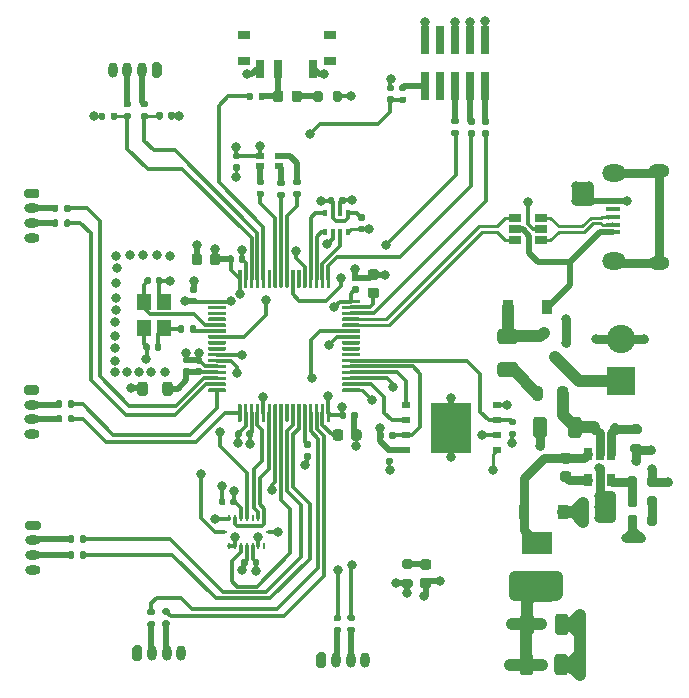
<source format=gbr>
%TF.GenerationSoftware,KiCad,Pcbnew,(5.1.8)-1*%
%TF.CreationDate,2021-01-21T22:43:38-05:00*%
%TF.ProjectId,Sensor Project,53656e73-6f72-4205-9072-6f6a6563742e,rev?*%
%TF.SameCoordinates,Original*%
%TF.FileFunction,Copper,L1,Top*%
%TF.FilePolarity,Positive*%
%FSLAX46Y46*%
G04 Gerber Fmt 4.6, Leading zero omitted, Abs format (unit mm)*
G04 Created by KiCad (PCBNEW (5.1.8)-1) date 2021-01-21 22:43:38*
%MOMM*%
%LPD*%
G01*
G04 APERTURE LIST*
%TA.AperFunction,SMDPad,CuDef*%
%ADD10R,0.800000X0.550000*%
%TD*%
%TA.AperFunction,ComponentPad*%
%ADD11O,1.800000X1.150000*%
%TD*%
%TA.AperFunction,ComponentPad*%
%ADD12O,2.000000X1.450000*%
%TD*%
%TA.AperFunction,SMDPad,CuDef*%
%ADD13R,1.300000X0.450000*%
%TD*%
%TA.AperFunction,SMDPad,CuDef*%
%ADD14R,0.700000X1.500000*%
%TD*%
%TA.AperFunction,SMDPad,CuDef*%
%ADD15R,1.000000X0.800000*%
%TD*%
%TA.AperFunction,ComponentPad*%
%ADD16C,2.400000*%
%TD*%
%TA.AperFunction,ComponentPad*%
%ADD17R,2.400000X2.400000*%
%TD*%
%TA.AperFunction,SMDPad,CuDef*%
%ADD18R,0.900000X1.200000*%
%TD*%
%TA.AperFunction,ComponentPad*%
%ADD19O,0.800000X1.300000*%
%TD*%
%TA.AperFunction,ComponentPad*%
%ADD20O,1.300000X0.800000*%
%TD*%
%TA.AperFunction,SMDPad,CuDef*%
%ADD21R,0.740000X2.400000*%
%TD*%
%TA.AperFunction,SMDPad,CuDef*%
%ADD22R,2.500000X1.900000*%
%TD*%
%TA.AperFunction,SMDPad,CuDef*%
%ADD23R,0.800000X0.900000*%
%TD*%
%TA.AperFunction,SMDPad,CuDef*%
%ADD24R,0.650000X1.060000*%
%TD*%
%TA.AperFunction,SMDPad,CuDef*%
%ADD25R,0.750000X0.500000*%
%TD*%
%TA.AperFunction,SMDPad,CuDef*%
%ADD26R,3.450000X4.350000*%
%TD*%
%TA.AperFunction,SMDPad,CuDef*%
%ADD27R,0.350000X0.500000*%
%TD*%
%TA.AperFunction,SMDPad,CuDef*%
%ADD28R,0.250000X0.475000*%
%TD*%
%TA.AperFunction,SMDPad,CuDef*%
%ADD29R,0.475000X0.250000*%
%TD*%
%TA.AperFunction,SMDPad,CuDef*%
%ADD30R,1.060000X0.650000*%
%TD*%
%TA.AperFunction,SMDPad,CuDef*%
%ADD31R,1.200000X1.400000*%
%TD*%
%TA.AperFunction,ViaPad*%
%ADD32C,0.800000*%
%TD*%
%TA.AperFunction,Conductor*%
%ADD33C,1.000000*%
%TD*%
%TA.AperFunction,Conductor*%
%ADD34C,0.750000*%
%TD*%
%TA.AperFunction,Conductor*%
%ADD35C,0.300000*%
%TD*%
%TA.AperFunction,Conductor*%
%ADD36C,0.500000*%
%TD*%
%TA.AperFunction,Conductor*%
%ADD37C,0.250000*%
%TD*%
%TA.AperFunction,Conductor*%
%ADD38C,0.261112*%
%TD*%
%TA.AperFunction,Conductor*%
%ADD39C,0.261100*%
%TD*%
G04 APERTURE END LIST*
D10*
%TO.P,D5,3*%
%TO.N,Net-(D5-Pad3)*%
X149340000Y-79200000D03*
%TO.P,D5,4*%
%TO.N,+3V3*%
X149340000Y-78300000D03*
%TO.P,D5,1*%
%TO.N,Net-(D5-Pad1)*%
X150940000Y-78300000D03*
%TO.P,D5,2*%
%TO.N,Net-(D5-Pad2)*%
X150940000Y-79200000D03*
%TD*%
%TO.P,C16,2*%
%TO.N,GND*%
%TA.AperFunction,SMDPad,CuDef*%
G36*
G01*
X140000000Y-94330000D02*
X140000000Y-94670000D01*
G75*
G02*
X139860000Y-94810000I-140000J0D01*
G01*
X139580000Y-94810000D01*
G75*
G02*
X139440000Y-94670000I0J140000D01*
G01*
X139440000Y-94330000D01*
G75*
G02*
X139580000Y-94190000I140000J0D01*
G01*
X139860000Y-94190000D01*
G75*
G02*
X140000000Y-94330000I0J-140000D01*
G01*
G37*
%TD.AperFunction*%
%TO.P,C16,1*%
%TO.N,Net-(C16-Pad1)*%
%TA.AperFunction,SMDPad,CuDef*%
G36*
G01*
X140960000Y-94330000D02*
X140960000Y-94670000D01*
G75*
G02*
X140820000Y-94810000I-140000J0D01*
G01*
X140540000Y-94810000D01*
G75*
G02*
X140400000Y-94670000I0J140000D01*
G01*
X140400000Y-94330000D01*
G75*
G02*
X140540000Y-94190000I140000J0D01*
G01*
X140820000Y-94190000D01*
G75*
G02*
X140960000Y-94330000I0J-140000D01*
G01*
G37*
%TD.AperFunction*%
%TD*%
%TO.P,C15,2*%
%TO.N,GND*%
%TA.AperFunction,SMDPad,CuDef*%
G36*
G01*
X140500000Y-89050000D02*
X140500000Y-88710000D01*
G75*
G02*
X140640000Y-88570000I140000J0D01*
G01*
X140920000Y-88570000D01*
G75*
G02*
X141060000Y-88710000I0J-140000D01*
G01*
X141060000Y-89050000D01*
G75*
G02*
X140920000Y-89190000I-140000J0D01*
G01*
X140640000Y-89190000D01*
G75*
G02*
X140500000Y-89050000I0J140000D01*
G01*
G37*
%TD.AperFunction*%
%TO.P,C15,1*%
%TO.N,HSE_IN*%
%TA.AperFunction,SMDPad,CuDef*%
G36*
G01*
X139540000Y-89050000D02*
X139540000Y-88710000D01*
G75*
G02*
X139680000Y-88570000I140000J0D01*
G01*
X139960000Y-88570000D01*
G75*
G02*
X140100000Y-88710000I0J-140000D01*
G01*
X140100000Y-89050000D01*
G75*
G02*
X139960000Y-89190000I-140000J0D01*
G01*
X139680000Y-89190000D01*
G75*
G02*
X139540000Y-89050000I0J140000D01*
G01*
G37*
%TD.AperFunction*%
%TD*%
D11*
%TO.P,J1,6*%
%TO.N,Net-(J1-Pad6)*%
X183100000Y-79595000D03*
X183100000Y-87345000D03*
D12*
X179300000Y-79745000D03*
X179300000Y-87195000D03*
D13*
%TO.P,J1,5*%
%TO.N,GND*%
X179250000Y-82170000D03*
%TO.P,J1,4*%
%TO.N,Net-(J1-Pad4)*%
X179250000Y-82820000D03*
%TO.P,J1,3*%
%TO.N,USB_CONN_D+*%
X179250000Y-83470000D03*
%TO.P,J1,2*%
%TO.N,USB_CONN_D-*%
X179250000Y-84120000D03*
%TO.P,J1,1*%
%TO.N,+5V*%
X179250000Y-84770000D03*
%TD*%
D14*
%TO.P,SW1,1*%
%TO.N,+3V3*%
X153840000Y-70960000D03*
%TO.P,SW1,2*%
%TO.N,Net-(D4-Pad2)*%
X150840000Y-70960000D03*
%TO.P,SW1,3*%
%TO.N,GND*%
X149340000Y-70960000D03*
D15*
%TO.P,SW1,*%
%TO.N,*%
X155240000Y-68100000D03*
X147940000Y-68100000D03*
X147940000Y-70310000D03*
X155240000Y-70310000D03*
%TD*%
%TO.P,FB1,2*%
%TO.N,Net-(F1-Pad1)*%
%TA.AperFunction,SMDPad,CuDef*%
G36*
G01*
X173255000Y-98048750D02*
X173255000Y-98811250D01*
G75*
G02*
X173036250Y-99030000I-218750J0D01*
G01*
X172598750Y-99030000D01*
G75*
G02*
X172380000Y-98811250I0J218750D01*
G01*
X172380000Y-98048750D01*
G75*
G02*
X172598750Y-97830000I218750J0D01*
G01*
X173036250Y-97830000D01*
G75*
G02*
X173255000Y-98048750I0J-218750D01*
G01*
G37*
%TD.AperFunction*%
%TO.P,FB1,1*%
%TO.N,Net-(C1-Pad1)*%
%TA.AperFunction,SMDPad,CuDef*%
G36*
G01*
X175380000Y-98048750D02*
X175380000Y-98811250D01*
G75*
G02*
X175161250Y-99030000I-218750J0D01*
G01*
X174723750Y-99030000D01*
G75*
G02*
X174505000Y-98811250I0J218750D01*
G01*
X174505000Y-98048750D01*
G75*
G02*
X174723750Y-97830000I218750J0D01*
G01*
X175161250Y-97830000D01*
G75*
G02*
X175380000Y-98048750I0J-218750D01*
G01*
G37*
%TD.AperFunction*%
%TD*%
D16*
%TO.P,J2,2*%
%TO.N,GND*%
X179860000Y-93830000D03*
D17*
%TO.P,J2,1*%
%TO.N,VCC*%
X179860000Y-97330000D03*
%TD*%
%TO.P,U2,1*%
%TO.N,+3V3*%
%TA.AperFunction,SMDPad,CuDef*%
G36*
G01*
X144910000Y-90715000D02*
X144910000Y-90565000D01*
G75*
G02*
X144985000Y-90490000I75000J0D01*
G01*
X146385000Y-90490000D01*
G75*
G02*
X146460000Y-90565000I0J-75000D01*
G01*
X146460000Y-90715000D01*
G75*
G02*
X146385000Y-90790000I-75000J0D01*
G01*
X144985000Y-90790000D01*
G75*
G02*
X144910000Y-90715000I0J75000D01*
G01*
G37*
%TD.AperFunction*%
%TO.P,U2,2*%
%TO.N,Net-(U2-Pad2)*%
%TA.AperFunction,SMDPad,CuDef*%
G36*
G01*
X144910000Y-91215000D02*
X144910000Y-91065000D01*
G75*
G02*
X144985000Y-90990000I75000J0D01*
G01*
X146385000Y-90990000D01*
G75*
G02*
X146460000Y-91065000I0J-75000D01*
G01*
X146460000Y-91215000D01*
G75*
G02*
X146385000Y-91290000I-75000J0D01*
G01*
X144985000Y-91290000D01*
G75*
G02*
X144910000Y-91215000I0J75000D01*
G01*
G37*
%TD.AperFunction*%
%TO.P,U2,3*%
%TO.N,Net-(U2-Pad3)*%
%TA.AperFunction,SMDPad,CuDef*%
G36*
G01*
X144910000Y-91715000D02*
X144910000Y-91565000D01*
G75*
G02*
X144985000Y-91490000I75000J0D01*
G01*
X146385000Y-91490000D01*
G75*
G02*
X146460000Y-91565000I0J-75000D01*
G01*
X146460000Y-91715000D01*
G75*
G02*
X146385000Y-91790000I-75000J0D01*
G01*
X144985000Y-91790000D01*
G75*
G02*
X144910000Y-91715000I0J75000D01*
G01*
G37*
%TD.AperFunction*%
%TO.P,U2,4*%
%TO.N,Net-(U2-Pad4)*%
%TA.AperFunction,SMDPad,CuDef*%
G36*
G01*
X144910000Y-92215000D02*
X144910000Y-92065000D01*
G75*
G02*
X144985000Y-91990000I75000J0D01*
G01*
X146385000Y-91990000D01*
G75*
G02*
X146460000Y-92065000I0J-75000D01*
G01*
X146460000Y-92215000D01*
G75*
G02*
X146385000Y-92290000I-75000J0D01*
G01*
X144985000Y-92290000D01*
G75*
G02*
X144910000Y-92215000I0J75000D01*
G01*
G37*
%TD.AperFunction*%
%TO.P,U2,5*%
%TO.N,HSE_IN*%
%TA.AperFunction,SMDPad,CuDef*%
G36*
G01*
X144910000Y-92715000D02*
X144910000Y-92565000D01*
G75*
G02*
X144985000Y-92490000I75000J0D01*
G01*
X146385000Y-92490000D01*
G75*
G02*
X146460000Y-92565000I0J-75000D01*
G01*
X146460000Y-92715000D01*
G75*
G02*
X146385000Y-92790000I-75000J0D01*
G01*
X144985000Y-92790000D01*
G75*
G02*
X144910000Y-92715000I0J75000D01*
G01*
G37*
%TD.AperFunction*%
%TO.P,U2,6*%
%TO.N,HSE_OUT*%
%TA.AperFunction,SMDPad,CuDef*%
G36*
G01*
X144910000Y-93215000D02*
X144910000Y-93065000D01*
G75*
G02*
X144985000Y-92990000I75000J0D01*
G01*
X146385000Y-92990000D01*
G75*
G02*
X146460000Y-93065000I0J-75000D01*
G01*
X146460000Y-93215000D01*
G75*
G02*
X146385000Y-93290000I-75000J0D01*
G01*
X144985000Y-93290000D01*
G75*
G02*
X144910000Y-93215000I0J75000D01*
G01*
G37*
%TD.AperFunction*%
%TO.P,U2,7*%
%TO.N,NRST*%
%TA.AperFunction,SMDPad,CuDef*%
G36*
G01*
X144910000Y-93715000D02*
X144910000Y-93565000D01*
G75*
G02*
X144985000Y-93490000I75000J0D01*
G01*
X146385000Y-93490000D01*
G75*
G02*
X146460000Y-93565000I0J-75000D01*
G01*
X146460000Y-93715000D01*
G75*
G02*
X146385000Y-93790000I-75000J0D01*
G01*
X144985000Y-93790000D01*
G75*
G02*
X144910000Y-93715000I0J75000D01*
G01*
G37*
%TD.AperFunction*%
%TO.P,U2,8*%
%TO.N,Net-(U2-Pad8)*%
%TA.AperFunction,SMDPad,CuDef*%
G36*
G01*
X144910000Y-94215000D02*
X144910000Y-94065000D01*
G75*
G02*
X144985000Y-93990000I75000J0D01*
G01*
X146385000Y-93990000D01*
G75*
G02*
X146460000Y-94065000I0J-75000D01*
G01*
X146460000Y-94215000D01*
G75*
G02*
X146385000Y-94290000I-75000J0D01*
G01*
X144985000Y-94290000D01*
G75*
G02*
X144910000Y-94215000I0J75000D01*
G01*
G37*
%TD.AperFunction*%
%TO.P,U2,9*%
%TO.N,Net-(U2-Pad9)*%
%TA.AperFunction,SMDPad,CuDef*%
G36*
G01*
X144910000Y-94715000D02*
X144910000Y-94565000D01*
G75*
G02*
X144985000Y-94490000I75000J0D01*
G01*
X146385000Y-94490000D01*
G75*
G02*
X146460000Y-94565000I0J-75000D01*
G01*
X146460000Y-94715000D01*
G75*
G02*
X146385000Y-94790000I-75000J0D01*
G01*
X144985000Y-94790000D01*
G75*
G02*
X144910000Y-94715000I0J75000D01*
G01*
G37*
%TD.AperFunction*%
%TO.P,U2,10*%
%TO.N,INT_ACC*%
%TA.AperFunction,SMDPad,CuDef*%
G36*
G01*
X144910000Y-95215000D02*
X144910000Y-95065000D01*
G75*
G02*
X144985000Y-94990000I75000J0D01*
G01*
X146385000Y-94990000D01*
G75*
G02*
X146460000Y-95065000I0J-75000D01*
G01*
X146460000Y-95215000D01*
G75*
G02*
X146385000Y-95290000I-75000J0D01*
G01*
X144985000Y-95290000D01*
G75*
G02*
X144910000Y-95215000I0J75000D01*
G01*
G37*
%TD.AperFunction*%
%TO.P,U2,11*%
%TO.N,INT_GYR*%
%TA.AperFunction,SMDPad,CuDef*%
G36*
G01*
X144910000Y-95715000D02*
X144910000Y-95565000D01*
G75*
G02*
X144985000Y-95490000I75000J0D01*
G01*
X146385000Y-95490000D01*
G75*
G02*
X146460000Y-95565000I0J-75000D01*
G01*
X146460000Y-95715000D01*
G75*
G02*
X146385000Y-95790000I-75000J0D01*
G01*
X144985000Y-95790000D01*
G75*
G02*
X144910000Y-95715000I0J75000D01*
G01*
G37*
%TD.AperFunction*%
%TO.P,U2,12*%
%TO.N,GND*%
%TA.AperFunction,SMDPad,CuDef*%
G36*
G01*
X144910000Y-96215000D02*
X144910000Y-96065000D01*
G75*
G02*
X144985000Y-95990000I75000J0D01*
G01*
X146385000Y-95990000D01*
G75*
G02*
X146460000Y-96065000I0J-75000D01*
G01*
X146460000Y-96215000D01*
G75*
G02*
X146385000Y-96290000I-75000J0D01*
G01*
X144985000Y-96290000D01*
G75*
G02*
X144910000Y-96215000I0J75000D01*
G01*
G37*
%TD.AperFunction*%
%TO.P,U2,13*%
%TO.N,+3.3VA*%
%TA.AperFunction,SMDPad,CuDef*%
G36*
G01*
X144910000Y-96715000D02*
X144910000Y-96565000D01*
G75*
G02*
X144985000Y-96490000I75000J0D01*
G01*
X146385000Y-96490000D01*
G75*
G02*
X146460000Y-96565000I0J-75000D01*
G01*
X146460000Y-96715000D01*
G75*
G02*
X146385000Y-96790000I-75000J0D01*
G01*
X144985000Y-96790000D01*
G75*
G02*
X144910000Y-96715000I0J75000D01*
G01*
G37*
%TD.AperFunction*%
%TO.P,U2,14*%
%TO.N,ADC1_IN0*%
%TA.AperFunction,SMDPad,CuDef*%
G36*
G01*
X144910000Y-97215000D02*
X144910000Y-97065000D01*
G75*
G02*
X144985000Y-96990000I75000J0D01*
G01*
X146385000Y-96990000D01*
G75*
G02*
X146460000Y-97065000I0J-75000D01*
G01*
X146460000Y-97215000D01*
G75*
G02*
X146385000Y-97290000I-75000J0D01*
G01*
X144985000Y-97290000D01*
G75*
G02*
X144910000Y-97215000I0J75000D01*
G01*
G37*
%TD.AperFunction*%
%TO.P,U2,15*%
%TO.N,ADC1_IN1*%
%TA.AperFunction,SMDPad,CuDef*%
G36*
G01*
X144910000Y-97715000D02*
X144910000Y-97565000D01*
G75*
G02*
X144985000Y-97490000I75000J0D01*
G01*
X146385000Y-97490000D01*
G75*
G02*
X146460000Y-97565000I0J-75000D01*
G01*
X146460000Y-97715000D01*
G75*
G02*
X146385000Y-97790000I-75000J0D01*
G01*
X144985000Y-97790000D01*
G75*
G02*
X144910000Y-97715000I0J75000D01*
G01*
G37*
%TD.AperFunction*%
%TO.P,U2,16*%
%TO.N,ADC1_IN2*%
%TA.AperFunction,SMDPad,CuDef*%
G36*
G01*
X144910000Y-98215000D02*
X144910000Y-98065000D01*
G75*
G02*
X144985000Y-97990000I75000J0D01*
G01*
X146385000Y-97990000D01*
G75*
G02*
X146460000Y-98065000I0J-75000D01*
G01*
X146460000Y-98215000D01*
G75*
G02*
X146385000Y-98290000I-75000J0D01*
G01*
X144985000Y-98290000D01*
G75*
G02*
X144910000Y-98215000I0J75000D01*
G01*
G37*
%TD.AperFunction*%
%TO.P,U2,17*%
%TO.N,ADC1_IN3*%
%TA.AperFunction,SMDPad,CuDef*%
G36*
G01*
X147460000Y-100765000D02*
X147460000Y-99365000D01*
G75*
G02*
X147535000Y-99290000I75000J0D01*
G01*
X147685000Y-99290000D01*
G75*
G02*
X147760000Y-99365000I0J-75000D01*
G01*
X147760000Y-100765000D01*
G75*
G02*
X147685000Y-100840000I-75000J0D01*
G01*
X147535000Y-100840000D01*
G75*
G02*
X147460000Y-100765000I0J75000D01*
G01*
G37*
%TD.AperFunction*%
%TO.P,U2,18*%
%TO.N,GND*%
%TA.AperFunction,SMDPad,CuDef*%
G36*
G01*
X147960000Y-100765000D02*
X147960000Y-99365000D01*
G75*
G02*
X148035000Y-99290000I75000J0D01*
G01*
X148185000Y-99290000D01*
G75*
G02*
X148260000Y-99365000I0J-75000D01*
G01*
X148260000Y-100765000D01*
G75*
G02*
X148185000Y-100840000I-75000J0D01*
G01*
X148035000Y-100840000D01*
G75*
G02*
X147960000Y-100765000I0J75000D01*
G01*
G37*
%TD.AperFunction*%
%TO.P,U2,19*%
%TO.N,+3V3*%
%TA.AperFunction,SMDPad,CuDef*%
G36*
G01*
X148460000Y-100765000D02*
X148460000Y-99365000D01*
G75*
G02*
X148535000Y-99290000I75000J0D01*
G01*
X148685000Y-99290000D01*
G75*
G02*
X148760000Y-99365000I0J-75000D01*
G01*
X148760000Y-100765000D01*
G75*
G02*
X148685000Y-100840000I-75000J0D01*
G01*
X148535000Y-100840000D01*
G75*
G02*
X148460000Y-100765000I0J75000D01*
G01*
G37*
%TD.AperFunction*%
%TO.P,U2,20*%
%TO.N,SPI1_!CS_ACC*%
%TA.AperFunction,SMDPad,CuDef*%
G36*
G01*
X148960000Y-100765000D02*
X148960000Y-99365000D01*
G75*
G02*
X149035000Y-99290000I75000J0D01*
G01*
X149185000Y-99290000D01*
G75*
G02*
X149260000Y-99365000I0J-75000D01*
G01*
X149260000Y-100765000D01*
G75*
G02*
X149185000Y-100840000I-75000J0D01*
G01*
X149035000Y-100840000D01*
G75*
G02*
X148960000Y-100765000I0J75000D01*
G01*
G37*
%TD.AperFunction*%
%TO.P,U2,21*%
%TO.N,SPI1_SCK*%
%TA.AperFunction,SMDPad,CuDef*%
G36*
G01*
X149460000Y-100765000D02*
X149460000Y-99365000D01*
G75*
G02*
X149535000Y-99290000I75000J0D01*
G01*
X149685000Y-99290000D01*
G75*
G02*
X149760000Y-99365000I0J-75000D01*
G01*
X149760000Y-100765000D01*
G75*
G02*
X149685000Y-100840000I-75000J0D01*
G01*
X149535000Y-100840000D01*
G75*
G02*
X149460000Y-100765000I0J75000D01*
G01*
G37*
%TD.AperFunction*%
%TO.P,U2,22*%
%TO.N,SPI1_MISO*%
%TA.AperFunction,SMDPad,CuDef*%
G36*
G01*
X149960000Y-100765000D02*
X149960000Y-99365000D01*
G75*
G02*
X150035000Y-99290000I75000J0D01*
G01*
X150185000Y-99290000D01*
G75*
G02*
X150260000Y-99365000I0J-75000D01*
G01*
X150260000Y-100765000D01*
G75*
G02*
X150185000Y-100840000I-75000J0D01*
G01*
X150035000Y-100840000D01*
G75*
G02*
X149960000Y-100765000I0J75000D01*
G01*
G37*
%TD.AperFunction*%
%TO.P,U2,23*%
%TO.N,SPI1_MOSI*%
%TA.AperFunction,SMDPad,CuDef*%
G36*
G01*
X150460000Y-100765000D02*
X150460000Y-99365000D01*
G75*
G02*
X150535000Y-99290000I75000J0D01*
G01*
X150685000Y-99290000D01*
G75*
G02*
X150760000Y-99365000I0J-75000D01*
G01*
X150760000Y-100765000D01*
G75*
G02*
X150685000Y-100840000I-75000J0D01*
G01*
X150535000Y-100840000D01*
G75*
G02*
X150460000Y-100765000I0J75000D01*
G01*
G37*
%TD.AperFunction*%
%TO.P,U2,24*%
%TO.N,SPI1_!CS_GYR*%
%TA.AperFunction,SMDPad,CuDef*%
G36*
G01*
X150960000Y-100765000D02*
X150960000Y-99365000D01*
G75*
G02*
X151035000Y-99290000I75000J0D01*
G01*
X151185000Y-99290000D01*
G75*
G02*
X151260000Y-99365000I0J-75000D01*
G01*
X151260000Y-100765000D01*
G75*
G02*
X151185000Y-100840000I-75000J0D01*
G01*
X151035000Y-100840000D01*
G75*
G02*
X150960000Y-100765000I0J75000D01*
G01*
G37*
%TD.AperFunction*%
%TO.P,U2,25*%
%TO.N,Net-(U2-Pad25)*%
%TA.AperFunction,SMDPad,CuDef*%
G36*
G01*
X151460000Y-100765000D02*
X151460000Y-99365000D01*
G75*
G02*
X151535000Y-99290000I75000J0D01*
G01*
X151685000Y-99290000D01*
G75*
G02*
X151760000Y-99365000I0J-75000D01*
G01*
X151760000Y-100765000D01*
G75*
G02*
X151685000Y-100840000I-75000J0D01*
G01*
X151535000Y-100840000D01*
G75*
G02*
X151460000Y-100765000I0J75000D01*
G01*
G37*
%TD.AperFunction*%
%TO.P,U2,26*%
%TO.N,TIM3_CH3*%
%TA.AperFunction,SMDPad,CuDef*%
G36*
G01*
X151960000Y-100765000D02*
X151960000Y-99365000D01*
G75*
G02*
X152035000Y-99290000I75000J0D01*
G01*
X152185000Y-99290000D01*
G75*
G02*
X152260000Y-99365000I0J-75000D01*
G01*
X152260000Y-100765000D01*
G75*
G02*
X152185000Y-100840000I-75000J0D01*
G01*
X152035000Y-100840000D01*
G75*
G02*
X151960000Y-100765000I0J75000D01*
G01*
G37*
%TD.AperFunction*%
%TO.P,U2,27*%
%TO.N,TIM3_CH4*%
%TA.AperFunction,SMDPad,CuDef*%
G36*
G01*
X152460000Y-100765000D02*
X152460000Y-99365000D01*
G75*
G02*
X152535000Y-99290000I75000J0D01*
G01*
X152685000Y-99290000D01*
G75*
G02*
X152760000Y-99365000I0J-75000D01*
G01*
X152760000Y-100765000D01*
G75*
G02*
X152685000Y-100840000I-75000J0D01*
G01*
X152535000Y-100840000D01*
G75*
G02*
X152460000Y-100765000I0J75000D01*
G01*
G37*
%TD.AperFunction*%
%TO.P,U2,28*%
%TO.N,BOOT1*%
%TA.AperFunction,SMDPad,CuDef*%
G36*
G01*
X152960000Y-100765000D02*
X152960000Y-99365000D01*
G75*
G02*
X153035000Y-99290000I75000J0D01*
G01*
X153185000Y-99290000D01*
G75*
G02*
X153260000Y-99365000I0J-75000D01*
G01*
X153260000Y-100765000D01*
G75*
G02*
X153185000Y-100840000I-75000J0D01*
G01*
X153035000Y-100840000D01*
G75*
G02*
X152960000Y-100765000I0J75000D01*
G01*
G37*
%TD.AperFunction*%
%TO.P,U2,29*%
%TO.N,TIM2_CH3*%
%TA.AperFunction,SMDPad,CuDef*%
G36*
G01*
X153460000Y-100765000D02*
X153460000Y-99365000D01*
G75*
G02*
X153535000Y-99290000I75000J0D01*
G01*
X153685000Y-99290000D01*
G75*
G02*
X153760000Y-99365000I0J-75000D01*
G01*
X153760000Y-100765000D01*
G75*
G02*
X153685000Y-100840000I-75000J0D01*
G01*
X153535000Y-100840000D01*
G75*
G02*
X153460000Y-100765000I0J75000D01*
G01*
G37*
%TD.AperFunction*%
%TO.P,U2,30*%
%TO.N,TIM2_CH4*%
%TA.AperFunction,SMDPad,CuDef*%
G36*
G01*
X153960000Y-100765000D02*
X153960000Y-99365000D01*
G75*
G02*
X154035000Y-99290000I75000J0D01*
G01*
X154185000Y-99290000D01*
G75*
G02*
X154260000Y-99365000I0J-75000D01*
G01*
X154260000Y-100765000D01*
G75*
G02*
X154185000Y-100840000I-75000J0D01*
G01*
X154035000Y-100840000D01*
G75*
G02*
X153960000Y-100765000I0J75000D01*
G01*
G37*
%TD.AperFunction*%
%TO.P,U2,31*%
%TO.N,Net-(C6-Pad1)*%
%TA.AperFunction,SMDPad,CuDef*%
G36*
G01*
X154460000Y-100765000D02*
X154460000Y-99365000D01*
G75*
G02*
X154535000Y-99290000I75000J0D01*
G01*
X154685000Y-99290000D01*
G75*
G02*
X154760000Y-99365000I0J-75000D01*
G01*
X154760000Y-100765000D01*
G75*
G02*
X154685000Y-100840000I-75000J0D01*
G01*
X154535000Y-100840000D01*
G75*
G02*
X154460000Y-100765000I0J75000D01*
G01*
G37*
%TD.AperFunction*%
%TO.P,U2,32*%
%TO.N,+3V3*%
%TA.AperFunction,SMDPad,CuDef*%
G36*
G01*
X154960000Y-100765000D02*
X154960000Y-99365000D01*
G75*
G02*
X155035000Y-99290000I75000J0D01*
G01*
X155185000Y-99290000D01*
G75*
G02*
X155260000Y-99365000I0J-75000D01*
G01*
X155260000Y-100765000D01*
G75*
G02*
X155185000Y-100840000I-75000J0D01*
G01*
X155035000Y-100840000D01*
G75*
G02*
X154960000Y-100765000I0J75000D01*
G01*
G37*
%TD.AperFunction*%
%TO.P,U2,33*%
%TO.N,SPI2_!CS*%
%TA.AperFunction,SMDPad,CuDef*%
G36*
G01*
X156260000Y-98215000D02*
X156260000Y-98065000D01*
G75*
G02*
X156335000Y-97990000I75000J0D01*
G01*
X157735000Y-97990000D01*
G75*
G02*
X157810000Y-98065000I0J-75000D01*
G01*
X157810000Y-98215000D01*
G75*
G02*
X157735000Y-98290000I-75000J0D01*
G01*
X156335000Y-98290000D01*
G75*
G02*
X156260000Y-98215000I0J75000D01*
G01*
G37*
%TD.AperFunction*%
%TO.P,U2,34*%
%TO.N,SPI2_SCK*%
%TA.AperFunction,SMDPad,CuDef*%
G36*
G01*
X156260000Y-97715000D02*
X156260000Y-97565000D01*
G75*
G02*
X156335000Y-97490000I75000J0D01*
G01*
X157735000Y-97490000D01*
G75*
G02*
X157810000Y-97565000I0J-75000D01*
G01*
X157810000Y-97715000D01*
G75*
G02*
X157735000Y-97790000I-75000J0D01*
G01*
X156335000Y-97790000D01*
G75*
G02*
X156260000Y-97715000I0J75000D01*
G01*
G37*
%TD.AperFunction*%
%TO.P,U2,35*%
%TO.N,SPI2_MISO*%
%TA.AperFunction,SMDPad,CuDef*%
G36*
G01*
X156260000Y-97215000D02*
X156260000Y-97065000D01*
G75*
G02*
X156335000Y-96990000I75000J0D01*
G01*
X157735000Y-96990000D01*
G75*
G02*
X157810000Y-97065000I0J-75000D01*
G01*
X157810000Y-97215000D01*
G75*
G02*
X157735000Y-97290000I-75000J0D01*
G01*
X156335000Y-97290000D01*
G75*
G02*
X156260000Y-97215000I0J75000D01*
G01*
G37*
%TD.AperFunction*%
%TO.P,U2,36*%
%TO.N,SPI2_MOSI*%
%TA.AperFunction,SMDPad,CuDef*%
G36*
G01*
X156260000Y-96715000D02*
X156260000Y-96565000D01*
G75*
G02*
X156335000Y-96490000I75000J0D01*
G01*
X157735000Y-96490000D01*
G75*
G02*
X157810000Y-96565000I0J-75000D01*
G01*
X157810000Y-96715000D01*
G75*
G02*
X157735000Y-96790000I-75000J0D01*
G01*
X156335000Y-96790000D01*
G75*
G02*
X156260000Y-96715000I0J75000D01*
G01*
G37*
%TD.AperFunction*%
%TO.P,U2,37*%
%TO.N,FLASH_!HOLD*%
%TA.AperFunction,SMDPad,CuDef*%
G36*
G01*
X156260000Y-96215000D02*
X156260000Y-96065000D01*
G75*
G02*
X156335000Y-95990000I75000J0D01*
G01*
X157735000Y-95990000D01*
G75*
G02*
X157810000Y-96065000I0J-75000D01*
G01*
X157810000Y-96215000D01*
G75*
G02*
X157735000Y-96290000I-75000J0D01*
G01*
X156335000Y-96290000D01*
G75*
G02*
X156260000Y-96215000I0J75000D01*
G01*
G37*
%TD.AperFunction*%
%TO.P,U2,38*%
%TO.N,FLASH_!WP*%
%TA.AperFunction,SMDPad,CuDef*%
G36*
G01*
X156260000Y-95715000D02*
X156260000Y-95565000D01*
G75*
G02*
X156335000Y-95490000I75000J0D01*
G01*
X157735000Y-95490000D01*
G75*
G02*
X157810000Y-95565000I0J-75000D01*
G01*
X157810000Y-95715000D01*
G75*
G02*
X157735000Y-95790000I-75000J0D01*
G01*
X156335000Y-95790000D01*
G75*
G02*
X156260000Y-95715000I0J75000D01*
G01*
G37*
%TD.AperFunction*%
%TO.P,U2,39*%
%TO.N,Net-(U2-Pad39)*%
%TA.AperFunction,SMDPad,CuDef*%
G36*
G01*
X156260000Y-95215000D02*
X156260000Y-95065000D01*
G75*
G02*
X156335000Y-94990000I75000J0D01*
G01*
X157735000Y-94990000D01*
G75*
G02*
X157810000Y-95065000I0J-75000D01*
G01*
X157810000Y-95215000D01*
G75*
G02*
X157735000Y-95290000I-75000J0D01*
G01*
X156335000Y-95290000D01*
G75*
G02*
X156260000Y-95215000I0J75000D01*
G01*
G37*
%TD.AperFunction*%
%TO.P,U2,40*%
%TO.N,Net-(U2-Pad40)*%
%TA.AperFunction,SMDPad,CuDef*%
G36*
G01*
X156260000Y-94715000D02*
X156260000Y-94565000D01*
G75*
G02*
X156335000Y-94490000I75000J0D01*
G01*
X157735000Y-94490000D01*
G75*
G02*
X157810000Y-94565000I0J-75000D01*
G01*
X157810000Y-94715000D01*
G75*
G02*
X157735000Y-94790000I-75000J0D01*
G01*
X156335000Y-94790000D01*
G75*
G02*
X156260000Y-94715000I0J75000D01*
G01*
G37*
%TD.AperFunction*%
%TO.P,U2,41*%
%TO.N,Net-(U2-Pad41)*%
%TA.AperFunction,SMDPad,CuDef*%
G36*
G01*
X156260000Y-94215000D02*
X156260000Y-94065000D01*
G75*
G02*
X156335000Y-93990000I75000J0D01*
G01*
X157735000Y-93990000D01*
G75*
G02*
X157810000Y-94065000I0J-75000D01*
G01*
X157810000Y-94215000D01*
G75*
G02*
X157735000Y-94290000I-75000J0D01*
G01*
X156335000Y-94290000D01*
G75*
G02*
X156260000Y-94215000I0J75000D01*
G01*
G37*
%TD.AperFunction*%
%TO.P,U2,42*%
%TO.N,USART1_TX*%
%TA.AperFunction,SMDPad,CuDef*%
G36*
G01*
X156260000Y-93715000D02*
X156260000Y-93565000D01*
G75*
G02*
X156335000Y-93490000I75000J0D01*
G01*
X157735000Y-93490000D01*
G75*
G02*
X157810000Y-93565000I0J-75000D01*
G01*
X157810000Y-93715000D01*
G75*
G02*
X157735000Y-93790000I-75000J0D01*
G01*
X156335000Y-93790000D01*
G75*
G02*
X156260000Y-93715000I0J75000D01*
G01*
G37*
%TD.AperFunction*%
%TO.P,U2,43*%
%TO.N,USART1_RX*%
%TA.AperFunction,SMDPad,CuDef*%
G36*
G01*
X156260000Y-93215000D02*
X156260000Y-93065000D01*
G75*
G02*
X156335000Y-92990000I75000J0D01*
G01*
X157735000Y-92990000D01*
G75*
G02*
X157810000Y-93065000I0J-75000D01*
G01*
X157810000Y-93215000D01*
G75*
G02*
X157735000Y-93290000I-75000J0D01*
G01*
X156335000Y-93290000D01*
G75*
G02*
X156260000Y-93215000I0J75000D01*
G01*
G37*
%TD.AperFunction*%
%TO.P,U2,44*%
%TO.N,USB_D-*%
%TA.AperFunction,SMDPad,CuDef*%
G36*
G01*
X156260000Y-92715000D02*
X156260000Y-92565000D01*
G75*
G02*
X156335000Y-92490000I75000J0D01*
G01*
X157735000Y-92490000D01*
G75*
G02*
X157810000Y-92565000I0J-75000D01*
G01*
X157810000Y-92715000D01*
G75*
G02*
X157735000Y-92790000I-75000J0D01*
G01*
X156335000Y-92790000D01*
G75*
G02*
X156260000Y-92715000I0J75000D01*
G01*
G37*
%TD.AperFunction*%
%TO.P,U2,45*%
%TO.N,USB_D+*%
%TA.AperFunction,SMDPad,CuDef*%
G36*
G01*
X156260000Y-92215000D02*
X156260000Y-92065000D01*
G75*
G02*
X156335000Y-91990000I75000J0D01*
G01*
X157735000Y-91990000D01*
G75*
G02*
X157810000Y-92065000I0J-75000D01*
G01*
X157810000Y-92215000D01*
G75*
G02*
X157735000Y-92290000I-75000J0D01*
G01*
X156335000Y-92290000D01*
G75*
G02*
X156260000Y-92215000I0J75000D01*
G01*
G37*
%TD.AperFunction*%
%TO.P,U2,46*%
%TO.N,SWDIO*%
%TA.AperFunction,SMDPad,CuDef*%
G36*
G01*
X156260000Y-91715000D02*
X156260000Y-91565000D01*
G75*
G02*
X156335000Y-91490000I75000J0D01*
G01*
X157735000Y-91490000D01*
G75*
G02*
X157810000Y-91565000I0J-75000D01*
G01*
X157810000Y-91715000D01*
G75*
G02*
X157735000Y-91790000I-75000J0D01*
G01*
X156335000Y-91790000D01*
G75*
G02*
X156260000Y-91715000I0J75000D01*
G01*
G37*
%TD.AperFunction*%
%TO.P,U2,47*%
%TO.N,Net-(C8-Pad1)*%
%TA.AperFunction,SMDPad,CuDef*%
G36*
G01*
X156260000Y-91215000D02*
X156260000Y-91065000D01*
G75*
G02*
X156335000Y-90990000I75000J0D01*
G01*
X157735000Y-90990000D01*
G75*
G02*
X157810000Y-91065000I0J-75000D01*
G01*
X157810000Y-91215000D01*
G75*
G02*
X157735000Y-91290000I-75000J0D01*
G01*
X156335000Y-91290000D01*
G75*
G02*
X156260000Y-91215000I0J75000D01*
G01*
G37*
%TD.AperFunction*%
%TO.P,U2,48*%
%TO.N,+3V3*%
%TA.AperFunction,SMDPad,CuDef*%
G36*
G01*
X156260000Y-90715000D02*
X156260000Y-90565000D01*
G75*
G02*
X156335000Y-90490000I75000J0D01*
G01*
X157735000Y-90490000D01*
G75*
G02*
X157810000Y-90565000I0J-75000D01*
G01*
X157810000Y-90715000D01*
G75*
G02*
X157735000Y-90790000I-75000J0D01*
G01*
X156335000Y-90790000D01*
G75*
G02*
X156260000Y-90715000I0J75000D01*
G01*
G37*
%TD.AperFunction*%
%TO.P,U2,49*%
%TO.N,SWCLK*%
%TA.AperFunction,SMDPad,CuDef*%
G36*
G01*
X154960000Y-89415000D02*
X154960000Y-88015000D01*
G75*
G02*
X155035000Y-87940000I75000J0D01*
G01*
X155185000Y-87940000D01*
G75*
G02*
X155260000Y-88015000I0J-75000D01*
G01*
X155260000Y-89415000D01*
G75*
G02*
X155185000Y-89490000I-75000J0D01*
G01*
X155035000Y-89490000D01*
G75*
G02*
X154960000Y-89415000I0J75000D01*
G01*
G37*
%TD.AperFunction*%
%TO.P,U2,50*%
%TO.N,SPI3_!CS*%
%TA.AperFunction,SMDPad,CuDef*%
G36*
G01*
X154460000Y-89415000D02*
X154460000Y-88015000D01*
G75*
G02*
X154535000Y-87940000I75000J0D01*
G01*
X154685000Y-87940000D01*
G75*
G02*
X154760000Y-88015000I0J-75000D01*
G01*
X154760000Y-89415000D01*
G75*
G02*
X154685000Y-89490000I-75000J0D01*
G01*
X154535000Y-89490000D01*
G75*
G02*
X154460000Y-89415000I0J75000D01*
G01*
G37*
%TD.AperFunction*%
%TO.P,U2,51*%
%TO.N,SPI3_SCK*%
%TA.AperFunction,SMDPad,CuDef*%
G36*
G01*
X153960000Y-89415000D02*
X153960000Y-88015000D01*
G75*
G02*
X154035000Y-87940000I75000J0D01*
G01*
X154185000Y-87940000D01*
G75*
G02*
X154260000Y-88015000I0J-75000D01*
G01*
X154260000Y-89415000D01*
G75*
G02*
X154185000Y-89490000I-75000J0D01*
G01*
X154035000Y-89490000D01*
G75*
G02*
X153960000Y-89415000I0J75000D01*
G01*
G37*
%TD.AperFunction*%
%TO.P,U2,52*%
%TO.N,SPI3_MISO*%
%TA.AperFunction,SMDPad,CuDef*%
G36*
G01*
X153460000Y-89415000D02*
X153460000Y-88015000D01*
G75*
G02*
X153535000Y-87940000I75000J0D01*
G01*
X153685000Y-87940000D01*
G75*
G02*
X153760000Y-88015000I0J-75000D01*
G01*
X153760000Y-89415000D01*
G75*
G02*
X153685000Y-89490000I-75000J0D01*
G01*
X153535000Y-89490000D01*
G75*
G02*
X153460000Y-89415000I0J75000D01*
G01*
G37*
%TD.AperFunction*%
%TO.P,U2,53*%
%TO.N,SPI3_MOSI*%
%TA.AperFunction,SMDPad,CuDef*%
G36*
G01*
X152960000Y-89415000D02*
X152960000Y-88015000D01*
G75*
G02*
X153035000Y-87940000I75000J0D01*
G01*
X153185000Y-87940000D01*
G75*
G02*
X153260000Y-88015000I0J-75000D01*
G01*
X153260000Y-89415000D01*
G75*
G02*
X153185000Y-89490000I-75000J0D01*
G01*
X153035000Y-89490000D01*
G75*
G02*
X152960000Y-89415000I0J75000D01*
G01*
G37*
%TD.AperFunction*%
%TO.P,U2,54*%
%TO.N,Net-(U2-Pad54)*%
%TA.AperFunction,SMDPad,CuDef*%
G36*
G01*
X152460000Y-89415000D02*
X152460000Y-88015000D01*
G75*
G02*
X152535000Y-87940000I75000J0D01*
G01*
X152685000Y-87940000D01*
G75*
G02*
X152760000Y-88015000I0J-75000D01*
G01*
X152760000Y-89415000D01*
G75*
G02*
X152685000Y-89490000I-75000J0D01*
G01*
X152535000Y-89490000D01*
G75*
G02*
X152460000Y-89415000I0J75000D01*
G01*
G37*
%TD.AperFunction*%
%TO.P,U2,55*%
%TO.N,SWO*%
%TA.AperFunction,SMDPad,CuDef*%
G36*
G01*
X151960000Y-89415000D02*
X151960000Y-88015000D01*
G75*
G02*
X152035000Y-87940000I75000J0D01*
G01*
X152185000Y-87940000D01*
G75*
G02*
X152260000Y-88015000I0J-75000D01*
G01*
X152260000Y-89415000D01*
G75*
G02*
X152185000Y-89490000I-75000J0D01*
G01*
X152035000Y-89490000D01*
G75*
G02*
X151960000Y-89415000I0J75000D01*
G01*
G37*
%TD.AperFunction*%
%TO.P,U2,56*%
%TO.N,TIM3_CH1*%
%TA.AperFunction,SMDPad,CuDef*%
G36*
G01*
X151460000Y-89415000D02*
X151460000Y-88015000D01*
G75*
G02*
X151535000Y-87940000I75000J0D01*
G01*
X151685000Y-87940000D01*
G75*
G02*
X151760000Y-88015000I0J-75000D01*
G01*
X151760000Y-89415000D01*
G75*
G02*
X151685000Y-89490000I-75000J0D01*
G01*
X151535000Y-89490000D01*
G75*
G02*
X151460000Y-89415000I0J75000D01*
G01*
G37*
%TD.AperFunction*%
%TO.P,U2,57*%
%TO.N,TIM3_CH2*%
%TA.AperFunction,SMDPad,CuDef*%
G36*
G01*
X150960000Y-89415000D02*
X150960000Y-88015000D01*
G75*
G02*
X151035000Y-87940000I75000J0D01*
G01*
X151185000Y-87940000D01*
G75*
G02*
X151260000Y-88015000I0J-75000D01*
G01*
X151260000Y-89415000D01*
G75*
G02*
X151185000Y-89490000I-75000J0D01*
G01*
X151035000Y-89490000D01*
G75*
G02*
X150960000Y-89415000I0J75000D01*
G01*
G37*
%TD.AperFunction*%
%TO.P,U2,58*%
%TO.N,TIM4_CH1*%
%TA.AperFunction,SMDPad,CuDef*%
G36*
G01*
X150460000Y-89415000D02*
X150460000Y-88015000D01*
G75*
G02*
X150535000Y-87940000I75000J0D01*
G01*
X150685000Y-87940000D01*
G75*
G02*
X150760000Y-88015000I0J-75000D01*
G01*
X150760000Y-89415000D01*
G75*
G02*
X150685000Y-89490000I-75000J0D01*
G01*
X150535000Y-89490000D01*
G75*
G02*
X150460000Y-89415000I0J75000D01*
G01*
G37*
%TD.AperFunction*%
%TO.P,U2,59*%
%TO.N,Net-(U2-Pad59)*%
%TA.AperFunction,SMDPad,CuDef*%
G36*
G01*
X149960000Y-89415000D02*
X149960000Y-88015000D01*
G75*
G02*
X150035000Y-87940000I75000J0D01*
G01*
X150185000Y-87940000D01*
G75*
G02*
X150260000Y-88015000I0J-75000D01*
G01*
X150260000Y-89415000D01*
G75*
G02*
X150185000Y-89490000I-75000J0D01*
G01*
X150035000Y-89490000D01*
G75*
G02*
X149960000Y-89415000I0J75000D01*
G01*
G37*
%TD.AperFunction*%
%TO.P,U2,60*%
%TO.N,BOOT0*%
%TA.AperFunction,SMDPad,CuDef*%
G36*
G01*
X149460000Y-89415000D02*
X149460000Y-88015000D01*
G75*
G02*
X149535000Y-87940000I75000J0D01*
G01*
X149685000Y-87940000D01*
G75*
G02*
X149760000Y-88015000I0J-75000D01*
G01*
X149760000Y-89415000D01*
G75*
G02*
X149685000Y-89490000I-75000J0D01*
G01*
X149535000Y-89490000D01*
G75*
G02*
X149460000Y-89415000I0J75000D01*
G01*
G37*
%TD.AperFunction*%
%TO.P,U2,61*%
%TO.N,I2C1_SCL*%
%TA.AperFunction,SMDPad,CuDef*%
G36*
G01*
X148960000Y-89415000D02*
X148960000Y-88015000D01*
G75*
G02*
X149035000Y-87940000I75000J0D01*
G01*
X149185000Y-87940000D01*
G75*
G02*
X149260000Y-88015000I0J-75000D01*
G01*
X149260000Y-89415000D01*
G75*
G02*
X149185000Y-89490000I-75000J0D01*
G01*
X149035000Y-89490000D01*
G75*
G02*
X148960000Y-89415000I0J75000D01*
G01*
G37*
%TD.AperFunction*%
%TO.P,U2,62*%
%TO.N,I2C1_SDA*%
%TA.AperFunction,SMDPad,CuDef*%
G36*
G01*
X148460000Y-89415000D02*
X148460000Y-88015000D01*
G75*
G02*
X148535000Y-87940000I75000J0D01*
G01*
X148685000Y-87940000D01*
G75*
G02*
X148760000Y-88015000I0J-75000D01*
G01*
X148760000Y-89415000D01*
G75*
G02*
X148685000Y-89490000I-75000J0D01*
G01*
X148535000Y-89490000D01*
G75*
G02*
X148460000Y-89415000I0J75000D01*
G01*
G37*
%TD.AperFunction*%
%TO.P,U2,63*%
%TO.N,GND*%
%TA.AperFunction,SMDPad,CuDef*%
G36*
G01*
X147960000Y-89415000D02*
X147960000Y-88015000D01*
G75*
G02*
X148035000Y-87940000I75000J0D01*
G01*
X148185000Y-87940000D01*
G75*
G02*
X148260000Y-88015000I0J-75000D01*
G01*
X148260000Y-89415000D01*
G75*
G02*
X148185000Y-89490000I-75000J0D01*
G01*
X148035000Y-89490000D01*
G75*
G02*
X147960000Y-89415000I0J75000D01*
G01*
G37*
%TD.AperFunction*%
%TO.P,U2,64*%
%TO.N,+3V3*%
%TA.AperFunction,SMDPad,CuDef*%
G36*
G01*
X147460000Y-89415000D02*
X147460000Y-88015000D01*
G75*
G02*
X147535000Y-87940000I75000J0D01*
G01*
X147685000Y-87940000D01*
G75*
G02*
X147760000Y-88015000I0J-75000D01*
G01*
X147760000Y-89415000D01*
G75*
G02*
X147685000Y-89490000I-75000J0D01*
G01*
X147535000Y-89490000D01*
G75*
G02*
X147460000Y-89415000I0J75000D01*
G01*
G37*
%TD.AperFunction*%
%TD*%
D18*
%TO.P,D1,2*%
%TO.N,+5V*%
X173650000Y-91080000D03*
%TO.P,D1,1*%
%TO.N,Net-(D1-Pad1)*%
X170350000Y-91080000D03*
%TD*%
D19*
%TO.P,J4,4*%
%TO.N,GND*%
X136840000Y-71030000D03*
%TO.P,J4,3*%
%TO.N,Net-(J4-Pad3)*%
X138090000Y-71030000D03*
%TO.P,J4,2*%
%TO.N,Net-(J4-Pad2)*%
X139340000Y-71030000D03*
%TO.P,J4,1*%
%TO.N,+3V3*%
%TA.AperFunction,ComponentPad*%
G36*
G01*
X140990000Y-70580000D02*
X140990000Y-71480000D01*
G75*
G02*
X140790000Y-71680000I-200000J0D01*
G01*
X140390000Y-71680000D01*
G75*
G02*
X140190000Y-71480000I0J200000D01*
G01*
X140190000Y-70580000D01*
G75*
G02*
X140390000Y-70380000I200000J0D01*
G01*
X140790000Y-70380000D01*
G75*
G02*
X140990000Y-70580000I0J-200000D01*
G01*
G37*
%TD.AperFunction*%
%TD*%
%TO.P,J3,4*%
%TO.N,GND*%
X158250000Y-121000000D03*
%TO.P,J3,3*%
%TO.N,Net-(J3-Pad3)*%
X157000000Y-121000000D03*
%TO.P,J3,2*%
%TO.N,Net-(J3-Pad2)*%
X155750000Y-121000000D03*
%TO.P,J3,1*%
%TO.N,+3V3*%
%TA.AperFunction,ComponentPad*%
G36*
G01*
X154100000Y-121450000D02*
X154100000Y-120550000D01*
G75*
G02*
X154300000Y-120350000I200000J0D01*
G01*
X154700000Y-120350000D01*
G75*
G02*
X154900000Y-120550000I0J-200000D01*
G01*
X154900000Y-121450000D01*
G75*
G02*
X154700000Y-121650000I-200000J0D01*
G01*
X154300000Y-121650000D01*
G75*
G02*
X154100000Y-121450000I0J200000D01*
G01*
G37*
%TD.AperFunction*%
%TD*%
%TO.P,J7,4*%
%TO.N,GND*%
X142670000Y-120410000D03*
%TO.P,J7,3*%
%TO.N,Net-(J7-Pad3)*%
X141420000Y-120410000D03*
%TO.P,J7,2*%
%TO.N,Net-(J7-Pad2)*%
X140170000Y-120410000D03*
%TO.P,J7,1*%
%TO.N,+3V3*%
%TA.AperFunction,ComponentPad*%
G36*
G01*
X138520000Y-120860000D02*
X138520000Y-119960000D01*
G75*
G02*
X138720000Y-119760000I200000J0D01*
G01*
X139120000Y-119760000D01*
G75*
G02*
X139320000Y-119960000I0J-200000D01*
G01*
X139320000Y-120860000D01*
G75*
G02*
X139120000Y-121060000I-200000J0D01*
G01*
X138720000Y-121060000D01*
G75*
G02*
X138520000Y-120860000I0J200000D01*
G01*
G37*
%TD.AperFunction*%
%TD*%
D20*
%TO.P,J6,4*%
%TO.N,GND*%
X130100000Y-113340000D03*
%TO.P,J6,3*%
%TO.N,Net-(J6-Pad3)*%
X130100000Y-112090000D03*
%TO.P,J6,2*%
%TO.N,Net-(J6-Pad2)*%
X130100000Y-110840000D03*
%TO.P,J6,1*%
%TO.N,+3V3*%
%TA.AperFunction,ComponentPad*%
G36*
G01*
X129650000Y-109190000D02*
X130550000Y-109190000D01*
G75*
G02*
X130750000Y-109390000I0J-200000D01*
G01*
X130750000Y-109790000D01*
G75*
G02*
X130550000Y-109990000I-200000J0D01*
G01*
X129650000Y-109990000D01*
G75*
G02*
X129450000Y-109790000I0J200000D01*
G01*
X129450000Y-109390000D01*
G75*
G02*
X129650000Y-109190000I200000J0D01*
G01*
G37*
%TD.AperFunction*%
%TD*%
%TO.P,J8,4*%
%TO.N,GND*%
X130000000Y-85250000D03*
%TO.P,J8,3*%
%TO.N,Net-(J8-Pad3)*%
X130000000Y-84000000D03*
%TO.P,J8,2*%
%TO.N,Net-(J8-Pad2)*%
X130000000Y-82750000D03*
%TO.P,J8,1*%
%TO.N,+3V3*%
%TA.AperFunction,ComponentPad*%
G36*
G01*
X129550000Y-81100000D02*
X130450000Y-81100000D01*
G75*
G02*
X130650000Y-81300000I0J-200000D01*
G01*
X130650000Y-81700000D01*
G75*
G02*
X130450000Y-81900000I-200000J0D01*
G01*
X129550000Y-81900000D01*
G75*
G02*
X129350000Y-81700000I0J200000D01*
G01*
X129350000Y-81300000D01*
G75*
G02*
X129550000Y-81100000I200000J0D01*
G01*
G37*
%TD.AperFunction*%
%TD*%
%TO.P,J9,4*%
%TO.N,GND*%
X130000000Y-101870000D03*
%TO.P,J9,3*%
%TO.N,Net-(J9-Pad3)*%
X130000000Y-100620000D03*
%TO.P,J9,2*%
%TO.N,Net-(J9-Pad2)*%
X130000000Y-99370000D03*
%TO.P,J9,1*%
%TO.N,+3V3*%
%TA.AperFunction,ComponentPad*%
G36*
G01*
X129550000Y-97720000D02*
X130450000Y-97720000D01*
G75*
G02*
X130650000Y-97920000I0J-200000D01*
G01*
X130650000Y-98320000D01*
G75*
G02*
X130450000Y-98520000I-200000J0D01*
G01*
X129550000Y-98520000D01*
G75*
G02*
X129350000Y-98320000I0J200000D01*
G01*
X129350000Y-97920000D01*
G75*
G02*
X129550000Y-97720000I200000J0D01*
G01*
G37*
%TD.AperFunction*%
%TD*%
%TO.P,C1,1*%
%TO.N,Net-(C1-Pad1)*%
%TA.AperFunction,SMDPad,CuDef*%
G36*
G01*
X176550000Y-100649999D02*
X176550000Y-101950001D01*
G75*
G02*
X176300001Y-102200000I-249999J0D01*
G01*
X175649999Y-102200000D01*
G75*
G02*
X175400000Y-101950001I0J249999D01*
G01*
X175400000Y-100649999D01*
G75*
G02*
X175649999Y-100400000I249999J0D01*
G01*
X176300001Y-100400000D01*
G75*
G02*
X176550000Y-100649999I0J-249999D01*
G01*
G37*
%TD.AperFunction*%
%TO.P,C1,2*%
%TO.N,GND*%
%TA.AperFunction,SMDPad,CuDef*%
G36*
G01*
X173600000Y-100649999D02*
X173600000Y-101950001D01*
G75*
G02*
X173350001Y-102200000I-249999J0D01*
G01*
X172699999Y-102200000D01*
G75*
G02*
X172450000Y-101950001I0J249999D01*
G01*
X172450000Y-100649999D01*
G75*
G02*
X172699999Y-100400000I249999J0D01*
G01*
X173350001Y-100400000D01*
G75*
G02*
X173600000Y-100649999I0J-249999D01*
G01*
G37*
%TD.AperFunction*%
%TD*%
%TO.P,C2,2*%
%TO.N,Net-(C2-Pad2)*%
%TA.AperFunction,SMDPad,CuDef*%
G36*
G01*
X174950000Y-105005000D02*
X175450000Y-105005000D01*
G75*
G02*
X175675000Y-105230000I0J-225000D01*
G01*
X175675000Y-105680000D01*
G75*
G02*
X175450000Y-105905000I-225000J0D01*
G01*
X174950000Y-105905000D01*
G75*
G02*
X174725000Y-105680000I0J225000D01*
G01*
X174725000Y-105230000D01*
G75*
G02*
X174950000Y-105005000I225000J0D01*
G01*
G37*
%TD.AperFunction*%
%TO.P,C2,1*%
%TO.N,Net-(C2-Pad1)*%
%TA.AperFunction,SMDPad,CuDef*%
G36*
G01*
X174950000Y-103455000D02*
X175450000Y-103455000D01*
G75*
G02*
X175675000Y-103680000I0J-225000D01*
G01*
X175675000Y-104130000D01*
G75*
G02*
X175450000Y-104355000I-225000J0D01*
G01*
X174950000Y-104355000D01*
G75*
G02*
X174725000Y-104130000I0J225000D01*
G01*
X174725000Y-103680000D01*
G75*
G02*
X174950000Y-103455000I225000J0D01*
G01*
G37*
%TD.AperFunction*%
%TD*%
%TO.P,C3,2*%
%TO.N,GND*%
%TA.AperFunction,SMDPad,CuDef*%
G36*
G01*
X174250000Y-122030001D02*
X174250000Y-120729999D01*
G75*
G02*
X174499999Y-120480000I249999J0D01*
G01*
X175150001Y-120480000D01*
G75*
G02*
X175400000Y-120729999I0J-249999D01*
G01*
X175400000Y-122030001D01*
G75*
G02*
X175150001Y-122280000I-249999J0D01*
G01*
X174499999Y-122280000D01*
G75*
G02*
X174250000Y-122030001I0J249999D01*
G01*
G37*
%TD.AperFunction*%
%TO.P,C3,1*%
%TO.N,+3V3*%
%TA.AperFunction,SMDPad,CuDef*%
G36*
G01*
X171300000Y-122030001D02*
X171300000Y-120729999D01*
G75*
G02*
X171549999Y-120480000I249999J0D01*
G01*
X172200001Y-120480000D01*
G75*
G02*
X172450000Y-120729999I0J-249999D01*
G01*
X172450000Y-122030001D01*
G75*
G02*
X172200001Y-122280000I-249999J0D01*
G01*
X171549999Y-122280000D01*
G75*
G02*
X171300000Y-122030001I0J249999D01*
G01*
G37*
%TD.AperFunction*%
%TD*%
%TO.P,C4,1*%
%TO.N,+3V3*%
%TA.AperFunction,SMDPad,CuDef*%
G36*
G01*
X171350000Y-118630001D02*
X171350000Y-117329999D01*
G75*
G02*
X171599999Y-117080000I249999J0D01*
G01*
X172250001Y-117080000D01*
G75*
G02*
X172500000Y-117329999I0J-249999D01*
G01*
X172500000Y-118630001D01*
G75*
G02*
X172250001Y-118880000I-249999J0D01*
G01*
X171599999Y-118880000D01*
G75*
G02*
X171350000Y-118630001I0J249999D01*
G01*
G37*
%TD.AperFunction*%
%TO.P,C4,2*%
%TO.N,GND*%
%TA.AperFunction,SMDPad,CuDef*%
G36*
G01*
X174300000Y-118630001D02*
X174300000Y-117329999D01*
G75*
G02*
X174549999Y-117080000I249999J0D01*
G01*
X175200001Y-117080000D01*
G75*
G02*
X175450000Y-117329999I0J-249999D01*
G01*
X175450000Y-118630001D01*
G75*
G02*
X175200001Y-118880000I-249999J0D01*
G01*
X174549999Y-118880000D01*
G75*
G02*
X174300000Y-118630001I0J249999D01*
G01*
G37*
%TD.AperFunction*%
%TD*%
%TO.P,C5,1*%
%TO.N,+3V3*%
%TA.AperFunction,SMDPad,CuDef*%
G36*
G01*
X145975000Y-86820000D02*
X145975000Y-87320000D01*
G75*
G02*
X145750000Y-87545000I-225000J0D01*
G01*
X145300000Y-87545000D01*
G75*
G02*
X145075000Y-87320000I0J225000D01*
G01*
X145075000Y-86820000D01*
G75*
G02*
X145300000Y-86595000I225000J0D01*
G01*
X145750000Y-86595000D01*
G75*
G02*
X145975000Y-86820000I0J-225000D01*
G01*
G37*
%TD.AperFunction*%
%TO.P,C5,2*%
%TO.N,GND*%
%TA.AperFunction,SMDPad,CuDef*%
G36*
G01*
X144425000Y-86820000D02*
X144425000Y-87320000D01*
G75*
G02*
X144200000Y-87545000I-225000J0D01*
G01*
X143750000Y-87545000D01*
G75*
G02*
X143525000Y-87320000I0J225000D01*
G01*
X143525000Y-86820000D01*
G75*
G02*
X143750000Y-86595000I225000J0D01*
G01*
X144200000Y-86595000D01*
G75*
G02*
X144425000Y-86820000I0J-225000D01*
G01*
G37*
%TD.AperFunction*%
%TD*%
%TO.P,C6,1*%
%TO.N,Net-(C6-Pad1)*%
%TA.AperFunction,SMDPad,CuDef*%
G36*
G01*
X155475000Y-102200000D02*
X155475000Y-101700000D01*
G75*
G02*
X155700000Y-101475000I225000J0D01*
G01*
X156150000Y-101475000D01*
G75*
G02*
X156375000Y-101700000I0J-225000D01*
G01*
X156375000Y-102200000D01*
G75*
G02*
X156150000Y-102425000I-225000J0D01*
G01*
X155700000Y-102425000D01*
G75*
G02*
X155475000Y-102200000I0J225000D01*
G01*
G37*
%TD.AperFunction*%
%TO.P,C6,2*%
%TO.N,GND*%
%TA.AperFunction,SMDPad,CuDef*%
G36*
G01*
X157025000Y-102200000D02*
X157025000Y-101700000D01*
G75*
G02*
X157250000Y-101475000I225000J0D01*
G01*
X157700000Y-101475000D01*
G75*
G02*
X157925000Y-101700000I0J-225000D01*
G01*
X157925000Y-102200000D01*
G75*
G02*
X157700000Y-102425000I-225000J0D01*
G01*
X157250000Y-102425000D01*
G75*
G02*
X157025000Y-102200000I0J225000D01*
G01*
G37*
%TD.AperFunction*%
%TD*%
%TO.P,C7,1*%
%TO.N,+3V3*%
%TA.AperFunction,SMDPad,CuDef*%
G36*
G01*
X143870000Y-90880000D02*
X143530000Y-90880000D01*
G75*
G02*
X143390000Y-90740000I0J140000D01*
G01*
X143390000Y-90460000D01*
G75*
G02*
X143530000Y-90320000I140000J0D01*
G01*
X143870000Y-90320000D01*
G75*
G02*
X144010000Y-90460000I0J-140000D01*
G01*
X144010000Y-90740000D01*
G75*
G02*
X143870000Y-90880000I-140000J0D01*
G01*
G37*
%TD.AperFunction*%
%TO.P,C7,2*%
%TO.N,GND*%
%TA.AperFunction,SMDPad,CuDef*%
G36*
G01*
X143870000Y-89920000D02*
X143530000Y-89920000D01*
G75*
G02*
X143390000Y-89780000I0J140000D01*
G01*
X143390000Y-89500000D01*
G75*
G02*
X143530000Y-89360000I140000J0D01*
G01*
X143870000Y-89360000D01*
G75*
G02*
X144010000Y-89500000I0J-140000D01*
G01*
X144010000Y-89780000D01*
G75*
G02*
X143870000Y-89920000I-140000J0D01*
G01*
G37*
%TD.AperFunction*%
%TD*%
%TO.P,C8,2*%
%TO.N,GND*%
%TA.AperFunction,SMDPad,CuDef*%
G36*
G01*
X159170000Y-88815000D02*
X158670000Y-88815000D01*
G75*
G02*
X158445000Y-88590000I0J225000D01*
G01*
X158445000Y-88140000D01*
G75*
G02*
X158670000Y-87915000I225000J0D01*
G01*
X159170000Y-87915000D01*
G75*
G02*
X159395000Y-88140000I0J-225000D01*
G01*
X159395000Y-88590000D01*
G75*
G02*
X159170000Y-88815000I-225000J0D01*
G01*
G37*
%TD.AperFunction*%
%TO.P,C8,1*%
%TO.N,Net-(C8-Pad1)*%
%TA.AperFunction,SMDPad,CuDef*%
G36*
G01*
X159170000Y-90365000D02*
X158670000Y-90365000D01*
G75*
G02*
X158445000Y-90140000I0J225000D01*
G01*
X158445000Y-89690000D01*
G75*
G02*
X158670000Y-89465000I225000J0D01*
G01*
X159170000Y-89465000D01*
G75*
G02*
X159395000Y-89690000I0J-225000D01*
G01*
X159395000Y-90140000D01*
G75*
G02*
X159170000Y-90365000I-225000J0D01*
G01*
G37*
%TD.AperFunction*%
%TD*%
%TO.P,C9,1*%
%TO.N,+3V3*%
%TA.AperFunction,SMDPad,CuDef*%
G36*
G01*
X148730000Y-101700000D02*
X148730000Y-102040000D01*
G75*
G02*
X148590000Y-102180000I-140000J0D01*
G01*
X148310000Y-102180000D01*
G75*
G02*
X148170000Y-102040000I0J140000D01*
G01*
X148170000Y-101700000D01*
G75*
G02*
X148310000Y-101560000I140000J0D01*
G01*
X148590000Y-101560000D01*
G75*
G02*
X148730000Y-101700000I0J-140000D01*
G01*
G37*
%TD.AperFunction*%
%TO.P,C9,2*%
%TO.N,GND*%
%TA.AperFunction,SMDPad,CuDef*%
G36*
G01*
X147770000Y-101700000D02*
X147770000Y-102040000D01*
G75*
G02*
X147630000Y-102180000I-140000J0D01*
G01*
X147350000Y-102180000D01*
G75*
G02*
X147210000Y-102040000I0J140000D01*
G01*
X147210000Y-101700000D01*
G75*
G02*
X147350000Y-101560000I140000J0D01*
G01*
X147630000Y-101560000D01*
G75*
G02*
X147770000Y-101700000I0J-140000D01*
G01*
G37*
%TD.AperFunction*%
%TD*%
%TO.P,C10,2*%
%TO.N,GND*%
%TA.AperFunction,SMDPad,CuDef*%
G36*
G01*
X157030000Y-100460000D02*
X157030000Y-100120000D01*
G75*
G02*
X157170000Y-99980000I140000J0D01*
G01*
X157450000Y-99980000D01*
G75*
G02*
X157590000Y-100120000I0J-140000D01*
G01*
X157590000Y-100460000D01*
G75*
G02*
X157450000Y-100600000I-140000J0D01*
G01*
X157170000Y-100600000D01*
G75*
G02*
X157030000Y-100460000I0J140000D01*
G01*
G37*
%TD.AperFunction*%
%TO.P,C10,1*%
%TO.N,+3V3*%
%TA.AperFunction,SMDPad,CuDef*%
G36*
G01*
X156070000Y-100460000D02*
X156070000Y-100120000D01*
G75*
G02*
X156210000Y-99980000I140000J0D01*
G01*
X156490000Y-99980000D01*
G75*
G02*
X156630000Y-100120000I0J-140000D01*
G01*
X156630000Y-100460000D01*
G75*
G02*
X156490000Y-100600000I-140000J0D01*
G01*
X156210000Y-100600000D01*
G75*
G02*
X156070000Y-100460000I0J140000D01*
G01*
G37*
%TD.AperFunction*%
%TD*%
%TO.P,C11,2*%
%TO.N,GND*%
%TA.AperFunction,SMDPad,CuDef*%
G36*
G01*
X147520000Y-87220000D02*
X147520000Y-86880000D01*
G75*
G02*
X147660000Y-86740000I140000J0D01*
G01*
X147940000Y-86740000D01*
G75*
G02*
X148080000Y-86880000I0J-140000D01*
G01*
X148080000Y-87220000D01*
G75*
G02*
X147940000Y-87360000I-140000J0D01*
G01*
X147660000Y-87360000D01*
G75*
G02*
X147520000Y-87220000I0J140000D01*
G01*
G37*
%TD.AperFunction*%
%TO.P,C11,1*%
%TO.N,+3V3*%
%TA.AperFunction,SMDPad,CuDef*%
G36*
G01*
X146560000Y-87220000D02*
X146560000Y-86880000D01*
G75*
G02*
X146700000Y-86740000I140000J0D01*
G01*
X146980000Y-86740000D01*
G75*
G02*
X147120000Y-86880000I0J-140000D01*
G01*
X147120000Y-87220000D01*
G75*
G02*
X146980000Y-87360000I-140000J0D01*
G01*
X146700000Y-87360000D01*
G75*
G02*
X146560000Y-87220000I0J140000D01*
G01*
G37*
%TD.AperFunction*%
%TD*%
%TO.P,C12,1*%
%TO.N,+3V3*%
%TA.AperFunction,SMDPad,CuDef*%
G36*
G01*
X157570000Y-89900000D02*
X157230000Y-89900000D01*
G75*
G02*
X157090000Y-89760000I0J140000D01*
G01*
X157090000Y-89480000D01*
G75*
G02*
X157230000Y-89340000I140000J0D01*
G01*
X157570000Y-89340000D01*
G75*
G02*
X157710000Y-89480000I0J-140000D01*
G01*
X157710000Y-89760000D01*
G75*
G02*
X157570000Y-89900000I-140000J0D01*
G01*
G37*
%TD.AperFunction*%
%TO.P,C12,2*%
%TO.N,GND*%
%TA.AperFunction,SMDPad,CuDef*%
G36*
G01*
X157570000Y-88940000D02*
X157230000Y-88940000D01*
G75*
G02*
X157090000Y-88800000I0J140000D01*
G01*
X157090000Y-88520000D01*
G75*
G02*
X157230000Y-88380000I140000J0D01*
G01*
X157570000Y-88380000D01*
G75*
G02*
X157710000Y-88520000I0J-140000D01*
G01*
X157710000Y-88800000D01*
G75*
G02*
X157570000Y-88940000I-140000J0D01*
G01*
G37*
%TD.AperFunction*%
%TD*%
%TO.P,C13,2*%
%TO.N,GND*%
%TA.AperFunction,SMDPad,CuDef*%
G36*
G01*
X143260000Y-95870000D02*
X142920000Y-95870000D01*
G75*
G02*
X142780000Y-95730000I0J140000D01*
G01*
X142780000Y-95450000D01*
G75*
G02*
X142920000Y-95310000I140000J0D01*
G01*
X143260000Y-95310000D01*
G75*
G02*
X143400000Y-95450000I0J-140000D01*
G01*
X143400000Y-95730000D01*
G75*
G02*
X143260000Y-95870000I-140000J0D01*
G01*
G37*
%TD.AperFunction*%
%TO.P,C13,1*%
%TO.N,+3.3VA*%
%TA.AperFunction,SMDPad,CuDef*%
G36*
G01*
X143260000Y-96830000D02*
X142920000Y-96830000D01*
G75*
G02*
X142780000Y-96690000I0J140000D01*
G01*
X142780000Y-96410000D01*
G75*
G02*
X142920000Y-96270000I140000J0D01*
G01*
X143260000Y-96270000D01*
G75*
G02*
X143400000Y-96410000I0J-140000D01*
G01*
X143400000Y-96690000D01*
G75*
G02*
X143260000Y-96830000I-140000J0D01*
G01*
G37*
%TD.AperFunction*%
%TD*%
%TO.P,C14,1*%
%TO.N,+3.3VA*%
%TA.AperFunction,SMDPad,CuDef*%
G36*
G01*
X144290000Y-96850000D02*
X143950000Y-96850000D01*
G75*
G02*
X143810000Y-96710000I0J140000D01*
G01*
X143810000Y-96430000D01*
G75*
G02*
X143950000Y-96290000I140000J0D01*
G01*
X144290000Y-96290000D01*
G75*
G02*
X144430000Y-96430000I0J-140000D01*
G01*
X144430000Y-96710000D01*
G75*
G02*
X144290000Y-96850000I-140000J0D01*
G01*
G37*
%TD.AperFunction*%
%TO.P,C14,2*%
%TO.N,GND*%
%TA.AperFunction,SMDPad,CuDef*%
G36*
G01*
X144290000Y-95890000D02*
X143950000Y-95890000D01*
G75*
G02*
X143810000Y-95750000I0J140000D01*
G01*
X143810000Y-95470000D01*
G75*
G02*
X143950000Y-95330000I140000J0D01*
G01*
X144290000Y-95330000D01*
G75*
G02*
X144430000Y-95470000I0J-140000D01*
G01*
X144430000Y-95750000D01*
G75*
G02*
X144290000Y-95890000I-140000J0D01*
G01*
G37*
%TD.AperFunction*%
%TD*%
%TO.P,C17,1*%
%TO.N,+3V3*%
%TA.AperFunction,SMDPad,CuDef*%
G36*
G01*
X147160000Y-78030000D02*
X147500000Y-78030000D01*
G75*
G02*
X147640000Y-78170000I0J-140000D01*
G01*
X147640000Y-78450000D01*
G75*
G02*
X147500000Y-78590000I-140000J0D01*
G01*
X147160000Y-78590000D01*
G75*
G02*
X147020000Y-78450000I0J140000D01*
G01*
X147020000Y-78170000D01*
G75*
G02*
X147160000Y-78030000I140000J0D01*
G01*
G37*
%TD.AperFunction*%
%TO.P,C17,2*%
%TO.N,GND*%
%TA.AperFunction,SMDPad,CuDef*%
G36*
G01*
X147160000Y-78990000D02*
X147500000Y-78990000D01*
G75*
G02*
X147640000Y-79130000I0J-140000D01*
G01*
X147640000Y-79410000D01*
G75*
G02*
X147500000Y-79550000I-140000J0D01*
G01*
X147160000Y-79550000D01*
G75*
G02*
X147020000Y-79410000I0J140000D01*
G01*
X147020000Y-79130000D01*
G75*
G02*
X147160000Y-78990000I140000J0D01*
G01*
G37*
%TD.AperFunction*%
%TD*%
%TO.P,C18,2*%
%TO.N,GND*%
%TA.AperFunction,SMDPad,CuDef*%
G36*
G01*
X160100000Y-103880000D02*
X160440000Y-103880000D01*
G75*
G02*
X160580000Y-104020000I0J-140000D01*
G01*
X160580000Y-104300000D01*
G75*
G02*
X160440000Y-104440000I-140000J0D01*
G01*
X160100000Y-104440000D01*
G75*
G02*
X159960000Y-104300000I0J140000D01*
G01*
X159960000Y-104020000D01*
G75*
G02*
X160100000Y-103880000I140000J0D01*
G01*
G37*
%TD.AperFunction*%
%TO.P,C18,1*%
%TO.N,+3V3*%
%TA.AperFunction,SMDPad,CuDef*%
G36*
G01*
X160100000Y-102920000D02*
X160440000Y-102920000D01*
G75*
G02*
X160580000Y-103060000I0J-140000D01*
G01*
X160580000Y-103340000D01*
G75*
G02*
X160440000Y-103480000I-140000J0D01*
G01*
X160100000Y-103480000D01*
G75*
G02*
X159960000Y-103340000I0J140000D01*
G01*
X159960000Y-103060000D01*
G75*
G02*
X160100000Y-102920000I140000J0D01*
G01*
G37*
%TD.AperFunction*%
%TD*%
%TO.P,C19,1*%
%TO.N,+3V3*%
%TA.AperFunction,SMDPad,CuDef*%
G36*
G01*
X157740000Y-83260000D02*
X158080000Y-83260000D01*
G75*
G02*
X158220000Y-83400000I0J-140000D01*
G01*
X158220000Y-83680000D01*
G75*
G02*
X158080000Y-83820000I-140000J0D01*
G01*
X157740000Y-83820000D01*
G75*
G02*
X157600000Y-83680000I0J140000D01*
G01*
X157600000Y-83400000D01*
G75*
G02*
X157740000Y-83260000I140000J0D01*
G01*
G37*
%TD.AperFunction*%
%TO.P,C19,2*%
%TO.N,GND*%
%TA.AperFunction,SMDPad,CuDef*%
G36*
G01*
X157740000Y-84220000D02*
X158080000Y-84220000D01*
G75*
G02*
X158220000Y-84360000I0J-140000D01*
G01*
X158220000Y-84640000D01*
G75*
G02*
X158080000Y-84780000I-140000J0D01*
G01*
X157740000Y-84780000D01*
G75*
G02*
X157600000Y-84640000I0J140000D01*
G01*
X157600000Y-84360000D01*
G75*
G02*
X157740000Y-84220000I140000J0D01*
G01*
G37*
%TD.AperFunction*%
%TD*%
%TO.P,C20,2*%
%TO.N,GND*%
%TA.AperFunction,SMDPad,CuDef*%
G36*
G01*
X156010000Y-82250000D02*
X156010000Y-81910000D01*
G75*
G02*
X156150000Y-81770000I140000J0D01*
G01*
X156430000Y-81770000D01*
G75*
G02*
X156570000Y-81910000I0J-140000D01*
G01*
X156570000Y-82250000D01*
G75*
G02*
X156430000Y-82390000I-140000J0D01*
G01*
X156150000Y-82390000D01*
G75*
G02*
X156010000Y-82250000I0J140000D01*
G01*
G37*
%TD.AperFunction*%
%TO.P,C20,1*%
%TO.N,+3V3*%
%TA.AperFunction,SMDPad,CuDef*%
G36*
G01*
X155050000Y-82250000D02*
X155050000Y-81910000D01*
G75*
G02*
X155190000Y-81770000I140000J0D01*
G01*
X155470000Y-81770000D01*
G75*
G02*
X155610000Y-81910000I0J-140000D01*
G01*
X155610000Y-82250000D01*
G75*
G02*
X155470000Y-82390000I-140000J0D01*
G01*
X155190000Y-82390000D01*
G75*
G02*
X155050000Y-82250000I0J140000D01*
G01*
G37*
%TD.AperFunction*%
%TD*%
%TO.P,C21,1*%
%TO.N,+3V3*%
%TA.AperFunction,SMDPad,CuDef*%
G36*
G01*
X147360000Y-107430000D02*
X147360000Y-107770000D01*
G75*
G02*
X147220000Y-107910000I-140000J0D01*
G01*
X146940000Y-107910000D01*
G75*
G02*
X146800000Y-107770000I0J140000D01*
G01*
X146800000Y-107430000D01*
G75*
G02*
X146940000Y-107290000I140000J0D01*
G01*
X147220000Y-107290000D01*
G75*
G02*
X147360000Y-107430000I0J-140000D01*
G01*
G37*
%TD.AperFunction*%
%TO.P,C21,2*%
%TO.N,GND*%
%TA.AperFunction,SMDPad,CuDef*%
G36*
G01*
X146400000Y-107430000D02*
X146400000Y-107770000D01*
G75*
G02*
X146260000Y-107910000I-140000J0D01*
G01*
X145980000Y-107910000D01*
G75*
G02*
X145840000Y-107770000I0J140000D01*
G01*
X145840000Y-107430000D01*
G75*
G02*
X145980000Y-107290000I140000J0D01*
G01*
X146260000Y-107290000D01*
G75*
G02*
X146400000Y-107430000I0J-140000D01*
G01*
G37*
%TD.AperFunction*%
%TD*%
%TO.P,C22,2*%
%TO.N,GND*%
%TA.AperFunction,SMDPad,CuDef*%
G36*
G01*
X148290000Y-112540000D02*
X148290000Y-112880000D01*
G75*
G02*
X148150000Y-113020000I-140000J0D01*
G01*
X147870000Y-113020000D01*
G75*
G02*
X147730000Y-112880000I0J140000D01*
G01*
X147730000Y-112540000D01*
G75*
G02*
X147870000Y-112400000I140000J0D01*
G01*
X148150000Y-112400000D01*
G75*
G02*
X148290000Y-112540000I0J-140000D01*
G01*
G37*
%TD.AperFunction*%
%TO.P,C22,1*%
%TO.N,+3V3*%
%TA.AperFunction,SMDPad,CuDef*%
G36*
G01*
X149250000Y-112540000D02*
X149250000Y-112880000D01*
G75*
G02*
X149110000Y-113020000I-140000J0D01*
G01*
X148830000Y-113020000D01*
G75*
G02*
X148690000Y-112880000I0J140000D01*
G01*
X148690000Y-112540000D01*
G75*
G02*
X148830000Y-112400000I140000J0D01*
G01*
X149110000Y-112400000D01*
G75*
G02*
X149250000Y-112540000I0J-140000D01*
G01*
G37*
%TD.AperFunction*%
%TD*%
%TO.P,C23,2*%
%TO.N,GND*%
%TA.AperFunction,SMDPad,CuDef*%
G36*
G01*
X160540000Y-72840000D02*
X160200000Y-72840000D01*
G75*
G02*
X160060000Y-72700000I0J140000D01*
G01*
X160060000Y-72420000D01*
G75*
G02*
X160200000Y-72280000I140000J0D01*
G01*
X160540000Y-72280000D01*
G75*
G02*
X160680000Y-72420000I0J-140000D01*
G01*
X160680000Y-72700000D01*
G75*
G02*
X160540000Y-72840000I-140000J0D01*
G01*
G37*
%TD.AperFunction*%
%TO.P,C23,1*%
%TO.N,NRST*%
%TA.AperFunction,SMDPad,CuDef*%
G36*
G01*
X160540000Y-73800000D02*
X160200000Y-73800000D01*
G75*
G02*
X160060000Y-73660000I0J140000D01*
G01*
X160060000Y-73380000D01*
G75*
G02*
X160200000Y-73240000I140000J0D01*
G01*
X160540000Y-73240000D01*
G75*
G02*
X160680000Y-73380000I0J-140000D01*
G01*
X160680000Y-73660000D01*
G75*
G02*
X160540000Y-73800000I-140000J0D01*
G01*
G37*
%TD.AperFunction*%
%TD*%
D18*
%TO.P,D2,1*%
%TO.N,Net-(C2-Pad1)*%
X171700000Y-108490000D03*
%TO.P,D2,2*%
%TO.N,GND*%
X175000000Y-108490000D03*
%TD*%
%TO.P,D3,2*%
%TO.N,+3V3*%
%TA.AperFunction,SMDPad,CuDef*%
G36*
G01*
X163093750Y-114040000D02*
X163606250Y-114040000D01*
G75*
G02*
X163825000Y-114258750I0J-218750D01*
G01*
X163825000Y-114696250D01*
G75*
G02*
X163606250Y-114915000I-218750J0D01*
G01*
X163093750Y-114915000D01*
G75*
G02*
X162875000Y-114696250I0J218750D01*
G01*
X162875000Y-114258750D01*
G75*
G02*
X163093750Y-114040000I218750J0D01*
G01*
G37*
%TD.AperFunction*%
%TO.P,D3,1*%
%TO.N,Net-(D3-Pad1)*%
%TA.AperFunction,SMDPad,CuDef*%
G36*
G01*
X163093750Y-112465000D02*
X163606250Y-112465000D01*
G75*
G02*
X163825000Y-112683750I0J-218750D01*
G01*
X163825000Y-113121250D01*
G75*
G02*
X163606250Y-113340000I-218750J0D01*
G01*
X163093750Y-113340000D01*
G75*
G02*
X162875000Y-113121250I0J218750D01*
G01*
X162875000Y-112683750D01*
G75*
G02*
X163093750Y-112465000I218750J0D01*
G01*
G37*
%TD.AperFunction*%
%TD*%
%TO.P,D4,1*%
%TO.N,Net-(D4-Pad1)*%
%TA.AperFunction,SMDPad,CuDef*%
G36*
G01*
X152875000Y-73013750D02*
X152875000Y-73526250D01*
G75*
G02*
X152656250Y-73745000I-218750J0D01*
G01*
X152218750Y-73745000D01*
G75*
G02*
X152000000Y-73526250I0J218750D01*
G01*
X152000000Y-73013750D01*
G75*
G02*
X152218750Y-72795000I218750J0D01*
G01*
X152656250Y-72795000D01*
G75*
G02*
X152875000Y-73013750I0J-218750D01*
G01*
G37*
%TD.AperFunction*%
%TO.P,D4,2*%
%TO.N,Net-(D4-Pad2)*%
%TA.AperFunction,SMDPad,CuDef*%
G36*
G01*
X151300000Y-73013750D02*
X151300000Y-73526250D01*
G75*
G02*
X151081250Y-73745000I-218750J0D01*
G01*
X150643750Y-73745000D01*
G75*
G02*
X150425000Y-73526250I0J218750D01*
G01*
X150425000Y-73013750D01*
G75*
G02*
X150643750Y-72795000I218750J0D01*
G01*
X151081250Y-72795000D01*
G75*
G02*
X151300000Y-73013750I0J-218750D01*
G01*
G37*
%TD.AperFunction*%
%TD*%
%TO.P,F1,1*%
%TO.N,Net-(F1-Pad1)*%
%TA.AperFunction,SMDPad,CuDef*%
G36*
G01*
X170925000Y-97025000D02*
X169675000Y-97025000D01*
G75*
G02*
X169425000Y-96775000I0J250000D01*
G01*
X169425000Y-96025000D01*
G75*
G02*
X169675000Y-95775000I250000J0D01*
G01*
X170925000Y-95775000D01*
G75*
G02*
X171175000Y-96025000I0J-250000D01*
G01*
X171175000Y-96775000D01*
G75*
G02*
X170925000Y-97025000I-250000J0D01*
G01*
G37*
%TD.AperFunction*%
%TO.P,F1,2*%
%TO.N,Net-(D1-Pad1)*%
%TA.AperFunction,SMDPad,CuDef*%
G36*
G01*
X170925000Y-94225000D02*
X169675000Y-94225000D01*
G75*
G02*
X169425000Y-93975000I0J250000D01*
G01*
X169425000Y-93225000D01*
G75*
G02*
X169675000Y-92975000I250000J0D01*
G01*
X170925000Y-92975000D01*
G75*
G02*
X171175000Y-93225000I0J-250000D01*
G01*
X171175000Y-93975000D01*
G75*
G02*
X170925000Y-94225000I-250000J0D01*
G01*
G37*
%TD.AperFunction*%
%TD*%
%TO.P,FB2,1*%
%TO.N,+3.3VA*%
%TA.AperFunction,SMDPad,CuDef*%
G36*
G01*
X141940000Y-97648750D02*
X141940000Y-98411250D01*
G75*
G02*
X141721250Y-98630000I-218750J0D01*
G01*
X141283750Y-98630000D01*
G75*
G02*
X141065000Y-98411250I0J218750D01*
G01*
X141065000Y-97648750D01*
G75*
G02*
X141283750Y-97430000I218750J0D01*
G01*
X141721250Y-97430000D01*
G75*
G02*
X141940000Y-97648750I0J-218750D01*
G01*
G37*
%TD.AperFunction*%
%TO.P,FB2,2*%
%TO.N,+3V3*%
%TA.AperFunction,SMDPad,CuDef*%
G36*
G01*
X139815000Y-97648750D02*
X139815000Y-98411250D01*
G75*
G02*
X139596250Y-98630000I-218750J0D01*
G01*
X139158750Y-98630000D01*
G75*
G02*
X138940000Y-98411250I0J218750D01*
G01*
X138940000Y-97648750D01*
G75*
G02*
X139158750Y-97430000I218750J0D01*
G01*
X139596250Y-97430000D01*
G75*
G02*
X139815000Y-97648750I0J-218750D01*
G01*
G37*
%TD.AperFunction*%
%TD*%
D21*
%TO.P,J5,1*%
%TO.N,+3V3*%
X168390000Y-68490000D03*
%TO.P,J5,2*%
%TO.N,Net-(J5-Pad2)*%
X168390000Y-72390000D03*
%TO.P,J5,3*%
%TO.N,GND*%
X167120000Y-68490000D03*
%TO.P,J5,4*%
%TO.N,Net-(J5-Pad4)*%
X167120000Y-72390000D03*
%TO.P,J5,5*%
%TO.N,GND*%
X165850000Y-68490000D03*
%TO.P,J5,6*%
%TO.N,Net-(J5-Pad6)*%
X165850000Y-72390000D03*
%TO.P,J5,7*%
%TO.N,Net-(J5-Pad7)*%
X164580000Y-68490000D03*
%TO.P,J5,8*%
%TO.N,Net-(J5-Pad8)*%
X164580000Y-72390000D03*
%TO.P,J5,9*%
%TO.N,GND*%
X163310000Y-68490000D03*
%TO.P,J5,10*%
%TO.N,Net-(J5-Pad10)*%
X163310000Y-72390000D03*
%TD*%
D22*
%TO.P,L1,1*%
%TO.N,Net-(C2-Pad1)*%
X172760000Y-111060000D03*
%TO.P,L1,2*%
%TO.N,+3V3*%
X172760000Y-115160000D03*
%TD*%
D23*
%TO.P,Q1,1*%
%TO.N,GND*%
X175250000Y-93300000D03*
%TO.P,Q1,2*%
%TO.N,Net-(D1-Pad1)*%
X173350000Y-93300000D03*
%TO.P,Q1,3*%
%TO.N,VCC*%
X174300000Y-95300000D03*
%TD*%
%TO.P,R1,1*%
%TO.N,Net-(C1-Pad1)*%
%TA.AperFunction,SMDPad,CuDef*%
G36*
G01*
X177325000Y-101715000D02*
X177325000Y-101165000D01*
G75*
G02*
X177525000Y-100965000I200000J0D01*
G01*
X177925000Y-100965000D01*
G75*
G02*
X178125000Y-101165000I0J-200000D01*
G01*
X178125000Y-101715000D01*
G75*
G02*
X177925000Y-101915000I-200000J0D01*
G01*
X177525000Y-101915000D01*
G75*
G02*
X177325000Y-101715000I0J200000D01*
G01*
G37*
%TD.AperFunction*%
%TO.P,R1,2*%
%TO.N,Net-(R1-Pad2)*%
%TA.AperFunction,SMDPad,CuDef*%
G36*
G01*
X178975000Y-101715000D02*
X178975000Y-101165000D01*
G75*
G02*
X179175000Y-100965000I200000J0D01*
G01*
X179575000Y-100965000D01*
G75*
G02*
X179775000Y-101165000I0J-200000D01*
G01*
X179775000Y-101715000D01*
G75*
G02*
X179575000Y-101915000I-200000J0D01*
G01*
X179175000Y-101915000D01*
G75*
G02*
X178975000Y-101715000I0J200000D01*
G01*
G37*
%TD.AperFunction*%
%TD*%
%TO.P,R2,2*%
%TO.N,GND*%
%TA.AperFunction,SMDPad,CuDef*%
G36*
G01*
X180875000Y-102695000D02*
X181425000Y-102695000D01*
G75*
G02*
X181625000Y-102895000I0J-200000D01*
G01*
X181625000Y-103295000D01*
G75*
G02*
X181425000Y-103495000I-200000J0D01*
G01*
X180875000Y-103495000D01*
G75*
G02*
X180675000Y-103295000I0J200000D01*
G01*
X180675000Y-102895000D01*
G75*
G02*
X180875000Y-102695000I200000J0D01*
G01*
G37*
%TD.AperFunction*%
%TO.P,R2,1*%
%TO.N,Net-(R1-Pad2)*%
%TA.AperFunction,SMDPad,CuDef*%
G36*
G01*
X180875000Y-101045000D02*
X181425000Y-101045000D01*
G75*
G02*
X181625000Y-101245000I0J-200000D01*
G01*
X181625000Y-101645000D01*
G75*
G02*
X181425000Y-101845000I-200000J0D01*
G01*
X180875000Y-101845000D01*
G75*
G02*
X180675000Y-101645000I0J200000D01*
G01*
X180675000Y-101245000D01*
G75*
G02*
X180875000Y-101045000I200000J0D01*
G01*
G37*
%TD.AperFunction*%
%TD*%
%TO.P,R3,2*%
%TO.N,Net-(R3-Pad2)*%
%TA.AperFunction,SMDPad,CuDef*%
G36*
G01*
X181245000Y-105615000D02*
X181245000Y-106165000D01*
G75*
G02*
X181045000Y-106365000I-200000J0D01*
G01*
X180645000Y-106365000D01*
G75*
G02*
X180445000Y-106165000I0J200000D01*
G01*
X180445000Y-105615000D01*
G75*
G02*
X180645000Y-105415000I200000J0D01*
G01*
X181045000Y-105415000D01*
G75*
G02*
X181245000Y-105615000I0J-200000D01*
G01*
G37*
%TD.AperFunction*%
%TO.P,R3,1*%
%TO.N,+3V3*%
%TA.AperFunction,SMDPad,CuDef*%
G36*
G01*
X182895000Y-105615000D02*
X182895000Y-106165000D01*
G75*
G02*
X182695000Y-106365000I-200000J0D01*
G01*
X182295000Y-106365000D01*
G75*
G02*
X182095000Y-106165000I0J200000D01*
G01*
X182095000Y-105615000D01*
G75*
G02*
X182295000Y-105415000I200000J0D01*
G01*
X182695000Y-105415000D01*
G75*
G02*
X182895000Y-105615000I0J-200000D01*
G01*
G37*
%TD.AperFunction*%
%TD*%
%TO.P,R4,1*%
%TO.N,Net-(R3-Pad2)*%
%TA.AperFunction,SMDPad,CuDef*%
G36*
G01*
X180455000Y-107875000D02*
X180455000Y-107325000D01*
G75*
G02*
X180655000Y-107125000I200000J0D01*
G01*
X181055000Y-107125000D01*
G75*
G02*
X181255000Y-107325000I0J-200000D01*
G01*
X181255000Y-107875000D01*
G75*
G02*
X181055000Y-108075000I-200000J0D01*
G01*
X180655000Y-108075000D01*
G75*
G02*
X180455000Y-107875000I0J200000D01*
G01*
G37*
%TD.AperFunction*%
%TO.P,R4,2*%
%TO.N,Net-(R4-Pad2)*%
%TA.AperFunction,SMDPad,CuDef*%
G36*
G01*
X182105000Y-107875000D02*
X182105000Y-107325000D01*
G75*
G02*
X182305000Y-107125000I200000J0D01*
G01*
X182705000Y-107125000D01*
G75*
G02*
X182905000Y-107325000I0J-200000D01*
G01*
X182905000Y-107875000D01*
G75*
G02*
X182705000Y-108075000I-200000J0D01*
G01*
X182305000Y-108075000D01*
G75*
G02*
X182105000Y-107875000I0J200000D01*
G01*
G37*
%TD.AperFunction*%
%TD*%
%TO.P,R5,2*%
%TO.N,GND*%
%TA.AperFunction,SMDPad,CuDef*%
G36*
G01*
X181255000Y-108875000D02*
X181255000Y-109425000D01*
G75*
G02*
X181055000Y-109625000I-200000J0D01*
G01*
X180655000Y-109625000D01*
G75*
G02*
X180455000Y-109425000I0J200000D01*
G01*
X180455000Y-108875000D01*
G75*
G02*
X180655000Y-108675000I200000J0D01*
G01*
X181055000Y-108675000D01*
G75*
G02*
X181255000Y-108875000I0J-200000D01*
G01*
G37*
%TD.AperFunction*%
%TO.P,R5,1*%
%TO.N,Net-(R4-Pad2)*%
%TA.AperFunction,SMDPad,CuDef*%
G36*
G01*
X182905000Y-108875000D02*
X182905000Y-109425000D01*
G75*
G02*
X182705000Y-109625000I-200000J0D01*
G01*
X182305000Y-109625000D01*
G75*
G02*
X182105000Y-109425000I0J200000D01*
G01*
X182105000Y-108875000D01*
G75*
G02*
X182305000Y-108675000I200000J0D01*
G01*
X182705000Y-108675000D01*
G75*
G02*
X182905000Y-108875000I0J-200000D01*
G01*
G37*
%TD.AperFunction*%
%TD*%
%TO.P,R6,1*%
%TO.N,Net-(D3-Pad1)*%
%TA.AperFunction,SMDPad,CuDef*%
G36*
G01*
X161505000Y-112455000D02*
X162055000Y-112455000D01*
G75*
G02*
X162255000Y-112655000I0J-200000D01*
G01*
X162255000Y-113055000D01*
G75*
G02*
X162055000Y-113255000I-200000J0D01*
G01*
X161505000Y-113255000D01*
G75*
G02*
X161305000Y-113055000I0J200000D01*
G01*
X161305000Y-112655000D01*
G75*
G02*
X161505000Y-112455000I200000J0D01*
G01*
G37*
%TD.AperFunction*%
%TO.P,R6,2*%
%TO.N,GND*%
%TA.AperFunction,SMDPad,CuDef*%
G36*
G01*
X161505000Y-114105000D02*
X162055000Y-114105000D01*
G75*
G02*
X162255000Y-114305000I0J-200000D01*
G01*
X162255000Y-114705000D01*
G75*
G02*
X162055000Y-114905000I-200000J0D01*
G01*
X161505000Y-114905000D01*
G75*
G02*
X161305000Y-114705000I0J200000D01*
G01*
X161305000Y-114305000D01*
G75*
G02*
X161505000Y-114105000I200000J0D01*
G01*
G37*
%TD.AperFunction*%
%TD*%
%TO.P,R7,1*%
%TO.N,+3V3*%
%TA.AperFunction,SMDPad,CuDef*%
G36*
G01*
X142110000Y-74725000D02*
X142110000Y-75095000D01*
G75*
G02*
X141975000Y-75230000I-135000J0D01*
G01*
X141705000Y-75230000D01*
G75*
G02*
X141570000Y-75095000I0J135000D01*
G01*
X141570000Y-74725000D01*
G75*
G02*
X141705000Y-74590000I135000J0D01*
G01*
X141975000Y-74590000D01*
G75*
G02*
X142110000Y-74725000I0J-135000D01*
G01*
G37*
%TD.AperFunction*%
%TO.P,R7,2*%
%TO.N,I2C1_SCL*%
%TA.AperFunction,SMDPad,CuDef*%
G36*
G01*
X141090000Y-74725000D02*
X141090000Y-75095000D01*
G75*
G02*
X140955000Y-75230000I-135000J0D01*
G01*
X140685000Y-75230000D01*
G75*
G02*
X140550000Y-75095000I0J135000D01*
G01*
X140550000Y-74725000D01*
G75*
G02*
X140685000Y-74590000I135000J0D01*
G01*
X140955000Y-74590000D01*
G75*
G02*
X141090000Y-74725000I0J-135000D01*
G01*
G37*
%TD.AperFunction*%
%TD*%
%TO.P,R8,1*%
%TO.N,HSE_OUT*%
%TA.AperFunction,SMDPad,CuDef*%
G36*
G01*
X143910000Y-92765000D02*
X143910000Y-93135000D01*
G75*
G02*
X143775000Y-93270000I-135000J0D01*
G01*
X143505000Y-93270000D01*
G75*
G02*
X143370000Y-93135000I0J135000D01*
G01*
X143370000Y-92765000D01*
G75*
G02*
X143505000Y-92630000I135000J0D01*
G01*
X143775000Y-92630000D01*
G75*
G02*
X143910000Y-92765000I0J-135000D01*
G01*
G37*
%TD.AperFunction*%
%TO.P,R8,2*%
%TO.N,Net-(C16-Pad1)*%
%TA.AperFunction,SMDPad,CuDef*%
G36*
G01*
X142890000Y-92765000D02*
X142890000Y-93135000D01*
G75*
G02*
X142755000Y-93270000I-135000J0D01*
G01*
X142485000Y-93270000D01*
G75*
G02*
X142350000Y-93135000I0J135000D01*
G01*
X142350000Y-92765000D01*
G75*
G02*
X142485000Y-92630000I135000J0D01*
G01*
X142755000Y-92630000D01*
G75*
G02*
X142890000Y-92765000I0J-135000D01*
G01*
G37*
%TD.AperFunction*%
%TD*%
%TO.P,R9,2*%
%TO.N,I2C1_SDA*%
%TA.AperFunction,SMDPad,CuDef*%
G36*
G01*
X136690000Y-75145000D02*
X136690000Y-74775000D01*
G75*
G02*
X136825000Y-74640000I135000J0D01*
G01*
X137095000Y-74640000D01*
G75*
G02*
X137230000Y-74775000I0J-135000D01*
G01*
X137230000Y-75145000D01*
G75*
G02*
X137095000Y-75280000I-135000J0D01*
G01*
X136825000Y-75280000D01*
G75*
G02*
X136690000Y-75145000I0J135000D01*
G01*
G37*
%TD.AperFunction*%
%TO.P,R9,1*%
%TO.N,+3V3*%
%TA.AperFunction,SMDPad,CuDef*%
G36*
G01*
X135670000Y-75145000D02*
X135670000Y-74775000D01*
G75*
G02*
X135805000Y-74640000I135000J0D01*
G01*
X136075000Y-74640000D01*
G75*
G02*
X136210000Y-74775000I0J-135000D01*
G01*
X136210000Y-75145000D01*
G75*
G02*
X136075000Y-75280000I-135000J0D01*
G01*
X135805000Y-75280000D01*
G75*
G02*
X135670000Y-75145000I0J135000D01*
G01*
G37*
%TD.AperFunction*%
%TD*%
%TO.P,R10,2*%
%TO.N,Net-(D4-Pad2)*%
%TA.AperFunction,SMDPad,CuDef*%
G36*
G01*
X149200000Y-73465000D02*
X149200000Y-73095000D01*
G75*
G02*
X149335000Y-72960000I135000J0D01*
G01*
X149605000Y-72960000D01*
G75*
G02*
X149740000Y-73095000I0J-135000D01*
G01*
X149740000Y-73465000D01*
G75*
G02*
X149605000Y-73600000I-135000J0D01*
G01*
X149335000Y-73600000D01*
G75*
G02*
X149200000Y-73465000I0J135000D01*
G01*
G37*
%TD.AperFunction*%
%TO.P,R10,1*%
%TO.N,BOOT0*%
%TA.AperFunction,SMDPad,CuDef*%
G36*
G01*
X148180000Y-73465000D02*
X148180000Y-73095000D01*
G75*
G02*
X148315000Y-72960000I135000J0D01*
G01*
X148585000Y-72960000D01*
G75*
G02*
X148720000Y-73095000I0J-135000D01*
G01*
X148720000Y-73465000D01*
G75*
G02*
X148585000Y-73600000I-135000J0D01*
G01*
X148315000Y-73600000D01*
G75*
G02*
X148180000Y-73465000I0J135000D01*
G01*
G37*
%TD.AperFunction*%
%TD*%
%TO.P,R11,2*%
%TO.N,TIM3_CH1*%
%TA.AperFunction,SMDPad,CuDef*%
G36*
G01*
X152285000Y-81270000D02*
X152655000Y-81270000D01*
G75*
G02*
X152790000Y-81405000I0J-135000D01*
G01*
X152790000Y-81675000D01*
G75*
G02*
X152655000Y-81810000I-135000J0D01*
G01*
X152285000Y-81810000D01*
G75*
G02*
X152150000Y-81675000I0J135000D01*
G01*
X152150000Y-81405000D01*
G75*
G02*
X152285000Y-81270000I135000J0D01*
G01*
G37*
%TD.AperFunction*%
%TO.P,R11,1*%
%TO.N,Net-(D5-Pad1)*%
%TA.AperFunction,SMDPad,CuDef*%
G36*
G01*
X152285000Y-80250000D02*
X152655000Y-80250000D01*
G75*
G02*
X152790000Y-80385000I0J-135000D01*
G01*
X152790000Y-80655000D01*
G75*
G02*
X152655000Y-80790000I-135000J0D01*
G01*
X152285000Y-80790000D01*
G75*
G02*
X152150000Y-80655000I0J135000D01*
G01*
X152150000Y-80385000D01*
G75*
G02*
X152285000Y-80250000I135000J0D01*
G01*
G37*
%TD.AperFunction*%
%TD*%
%TO.P,R12,2*%
%TO.N,TIM3_CH2*%
%TA.AperFunction,SMDPad,CuDef*%
G36*
G01*
X150925000Y-81360000D02*
X151295000Y-81360000D01*
G75*
G02*
X151430000Y-81495000I0J-135000D01*
G01*
X151430000Y-81765000D01*
G75*
G02*
X151295000Y-81900000I-135000J0D01*
G01*
X150925000Y-81900000D01*
G75*
G02*
X150790000Y-81765000I0J135000D01*
G01*
X150790000Y-81495000D01*
G75*
G02*
X150925000Y-81360000I135000J0D01*
G01*
G37*
%TD.AperFunction*%
%TO.P,R12,1*%
%TO.N,Net-(D5-Pad2)*%
%TA.AperFunction,SMDPad,CuDef*%
G36*
G01*
X150925000Y-80340000D02*
X151295000Y-80340000D01*
G75*
G02*
X151430000Y-80475000I0J-135000D01*
G01*
X151430000Y-80745000D01*
G75*
G02*
X151295000Y-80880000I-135000J0D01*
G01*
X150925000Y-80880000D01*
G75*
G02*
X150790000Y-80745000I0J135000D01*
G01*
X150790000Y-80475000D01*
G75*
G02*
X150925000Y-80340000I135000J0D01*
G01*
G37*
%TD.AperFunction*%
%TD*%
%TO.P,R13,2*%
%TO.N,TIM4_CH1*%
%TA.AperFunction,SMDPad,CuDef*%
G36*
G01*
X149165000Y-81250000D02*
X149535000Y-81250000D01*
G75*
G02*
X149670000Y-81385000I0J-135000D01*
G01*
X149670000Y-81655000D01*
G75*
G02*
X149535000Y-81790000I-135000J0D01*
G01*
X149165000Y-81790000D01*
G75*
G02*
X149030000Y-81655000I0J135000D01*
G01*
X149030000Y-81385000D01*
G75*
G02*
X149165000Y-81250000I135000J0D01*
G01*
G37*
%TD.AperFunction*%
%TO.P,R13,1*%
%TO.N,Net-(D5-Pad3)*%
%TA.AperFunction,SMDPad,CuDef*%
G36*
G01*
X149165000Y-80230000D02*
X149535000Y-80230000D01*
G75*
G02*
X149670000Y-80365000I0J-135000D01*
G01*
X149670000Y-80635000D01*
G75*
G02*
X149535000Y-80770000I-135000J0D01*
G01*
X149165000Y-80770000D01*
G75*
G02*
X149030000Y-80635000I0J135000D01*
G01*
X149030000Y-80365000D01*
G75*
G02*
X149165000Y-80230000I135000J0D01*
G01*
G37*
%TD.AperFunction*%
%TD*%
%TO.P,R14,1*%
%TO.N,Net-(D4-Pad1)*%
%TA.AperFunction,SMDPad,CuDef*%
G36*
G01*
X153825000Y-73545000D02*
X153825000Y-72995000D01*
G75*
G02*
X154025000Y-72795000I200000J0D01*
G01*
X154425000Y-72795000D01*
G75*
G02*
X154625000Y-72995000I0J-200000D01*
G01*
X154625000Y-73545000D01*
G75*
G02*
X154425000Y-73745000I-200000J0D01*
G01*
X154025000Y-73745000D01*
G75*
G02*
X153825000Y-73545000I0J200000D01*
G01*
G37*
%TD.AperFunction*%
%TO.P,R14,2*%
%TO.N,GND*%
%TA.AperFunction,SMDPad,CuDef*%
G36*
G01*
X155475000Y-73545000D02*
X155475000Y-72995000D01*
G75*
G02*
X155675000Y-72795000I200000J0D01*
G01*
X156075000Y-72795000D01*
G75*
G02*
X156275000Y-72995000I0J-200000D01*
G01*
X156275000Y-73545000D01*
G75*
G02*
X156075000Y-73745000I-200000J0D01*
G01*
X155675000Y-73745000D01*
G75*
G02*
X155475000Y-73545000I0J200000D01*
G01*
G37*
%TD.AperFunction*%
%TD*%
%TO.P,R15,1*%
%TO.N,BOOT1*%
%TA.AperFunction,SMDPad,CuDef*%
G36*
G01*
X153145000Y-102470000D02*
X153515000Y-102470000D01*
G75*
G02*
X153650000Y-102605000I0J-135000D01*
G01*
X153650000Y-102875000D01*
G75*
G02*
X153515000Y-103010000I-135000J0D01*
G01*
X153145000Y-103010000D01*
G75*
G02*
X153010000Y-102875000I0J135000D01*
G01*
X153010000Y-102605000D01*
G75*
G02*
X153145000Y-102470000I135000J0D01*
G01*
G37*
%TD.AperFunction*%
%TO.P,R15,2*%
%TO.N,GND*%
%TA.AperFunction,SMDPad,CuDef*%
G36*
G01*
X153145000Y-103490000D02*
X153515000Y-103490000D01*
G75*
G02*
X153650000Y-103625000I0J-135000D01*
G01*
X153650000Y-103895000D01*
G75*
G02*
X153515000Y-104030000I-135000J0D01*
G01*
X153145000Y-104030000D01*
G75*
G02*
X153010000Y-103895000I0J135000D01*
G01*
X153010000Y-103625000D01*
G75*
G02*
X153145000Y-103490000I135000J0D01*
G01*
G37*
%TD.AperFunction*%
%TD*%
%TO.P,R16,2*%
%TO.N,FLASH_!WP*%
%TA.AperFunction,SMDPad,CuDef*%
G36*
G01*
X170885000Y-101110000D02*
X170515000Y-101110000D01*
G75*
G02*
X170380000Y-100975000I0J135000D01*
G01*
X170380000Y-100705000D01*
G75*
G02*
X170515000Y-100570000I135000J0D01*
G01*
X170885000Y-100570000D01*
G75*
G02*
X171020000Y-100705000I0J-135000D01*
G01*
X171020000Y-100975000D01*
G75*
G02*
X170885000Y-101110000I-135000J0D01*
G01*
G37*
%TD.AperFunction*%
%TO.P,R16,1*%
%TO.N,+3V3*%
%TA.AperFunction,SMDPad,CuDef*%
G36*
G01*
X170885000Y-102130000D02*
X170515000Y-102130000D01*
G75*
G02*
X170380000Y-101995000I0J135000D01*
G01*
X170380000Y-101725000D01*
G75*
G02*
X170515000Y-101590000I135000J0D01*
G01*
X170885000Y-101590000D01*
G75*
G02*
X171020000Y-101725000I0J-135000D01*
G01*
X171020000Y-101995000D01*
G75*
G02*
X170885000Y-102130000I-135000J0D01*
G01*
G37*
%TD.AperFunction*%
%TD*%
%TO.P,R17,1*%
%TO.N,+3V3*%
%TA.AperFunction,SMDPad,CuDef*%
G36*
G01*
X159240000Y-102165000D02*
X159240000Y-101795000D01*
G75*
G02*
X159375000Y-101660000I135000J0D01*
G01*
X159645000Y-101660000D01*
G75*
G02*
X159780000Y-101795000I0J-135000D01*
G01*
X159780000Y-102165000D01*
G75*
G02*
X159645000Y-102300000I-135000J0D01*
G01*
X159375000Y-102300000D01*
G75*
G02*
X159240000Y-102165000I0J135000D01*
G01*
G37*
%TD.AperFunction*%
%TO.P,R17,2*%
%TO.N,FLASH_!HOLD*%
%TA.AperFunction,SMDPad,CuDef*%
G36*
G01*
X160260000Y-102165000D02*
X160260000Y-101795000D01*
G75*
G02*
X160395000Y-101660000I135000J0D01*
G01*
X160665000Y-101660000D01*
G75*
G02*
X160800000Y-101795000I0J-135000D01*
G01*
X160800000Y-102165000D01*
G75*
G02*
X160665000Y-102300000I-135000J0D01*
G01*
X160395000Y-102300000D01*
G75*
G02*
X160260000Y-102165000I0J135000D01*
G01*
G37*
%TD.AperFunction*%
%TD*%
%TO.P,R18,1*%
%TO.N,Net-(J3-Pad2)*%
%TA.AperFunction,SMDPad,CuDef*%
G36*
G01*
X156055000Y-118730000D02*
X155685000Y-118730000D01*
G75*
G02*
X155550000Y-118595000I0J135000D01*
G01*
X155550000Y-118325000D01*
G75*
G02*
X155685000Y-118190000I135000J0D01*
G01*
X156055000Y-118190000D01*
G75*
G02*
X156190000Y-118325000I0J-135000D01*
G01*
X156190000Y-118595000D01*
G75*
G02*
X156055000Y-118730000I-135000J0D01*
G01*
G37*
%TD.AperFunction*%
%TO.P,R18,2*%
%TO.N,USART1_TX*%
%TA.AperFunction,SMDPad,CuDef*%
G36*
G01*
X156055000Y-117710000D02*
X155685000Y-117710000D01*
G75*
G02*
X155550000Y-117575000I0J135000D01*
G01*
X155550000Y-117305000D01*
G75*
G02*
X155685000Y-117170000I135000J0D01*
G01*
X156055000Y-117170000D01*
G75*
G02*
X156190000Y-117305000I0J-135000D01*
G01*
X156190000Y-117575000D01*
G75*
G02*
X156055000Y-117710000I-135000J0D01*
G01*
G37*
%TD.AperFunction*%
%TD*%
%TO.P,R19,2*%
%TO.N,USART1_RX*%
%TA.AperFunction,SMDPad,CuDef*%
G36*
G01*
X157235000Y-117690000D02*
X156865000Y-117690000D01*
G75*
G02*
X156730000Y-117555000I0J135000D01*
G01*
X156730000Y-117285000D01*
G75*
G02*
X156865000Y-117150000I135000J0D01*
G01*
X157235000Y-117150000D01*
G75*
G02*
X157370000Y-117285000I0J-135000D01*
G01*
X157370000Y-117555000D01*
G75*
G02*
X157235000Y-117690000I-135000J0D01*
G01*
G37*
%TD.AperFunction*%
%TO.P,R19,1*%
%TO.N,Net-(J3-Pad3)*%
%TA.AperFunction,SMDPad,CuDef*%
G36*
G01*
X157235000Y-118710000D02*
X156865000Y-118710000D01*
G75*
G02*
X156730000Y-118575000I0J135000D01*
G01*
X156730000Y-118305000D01*
G75*
G02*
X156865000Y-118170000I135000J0D01*
G01*
X157235000Y-118170000D01*
G75*
G02*
X157370000Y-118305000I0J-135000D01*
G01*
X157370000Y-118575000D01*
G75*
G02*
X157235000Y-118710000I-135000J0D01*
G01*
G37*
%TD.AperFunction*%
%TD*%
%TO.P,R20,1*%
%TO.N,Net-(J4-Pad2)*%
%TA.AperFunction,SMDPad,CuDef*%
G36*
G01*
X139355000Y-73660000D02*
X139725000Y-73660000D01*
G75*
G02*
X139860000Y-73795000I0J-135000D01*
G01*
X139860000Y-74065000D01*
G75*
G02*
X139725000Y-74200000I-135000J0D01*
G01*
X139355000Y-74200000D01*
G75*
G02*
X139220000Y-74065000I0J135000D01*
G01*
X139220000Y-73795000D01*
G75*
G02*
X139355000Y-73660000I135000J0D01*
G01*
G37*
%TD.AperFunction*%
%TO.P,R20,2*%
%TO.N,I2C1_SCL*%
%TA.AperFunction,SMDPad,CuDef*%
G36*
G01*
X139355000Y-74680000D02*
X139725000Y-74680000D01*
G75*
G02*
X139860000Y-74815000I0J-135000D01*
G01*
X139860000Y-75085000D01*
G75*
G02*
X139725000Y-75220000I-135000J0D01*
G01*
X139355000Y-75220000D01*
G75*
G02*
X139220000Y-75085000I0J135000D01*
G01*
X139220000Y-74815000D01*
G75*
G02*
X139355000Y-74680000I135000J0D01*
G01*
G37*
%TD.AperFunction*%
%TD*%
%TO.P,R21,1*%
%TO.N,Net-(J4-Pad3)*%
%TA.AperFunction,SMDPad,CuDef*%
G36*
G01*
X137905000Y-73660000D02*
X138275000Y-73660000D01*
G75*
G02*
X138410000Y-73795000I0J-135000D01*
G01*
X138410000Y-74065000D01*
G75*
G02*
X138275000Y-74200000I-135000J0D01*
G01*
X137905000Y-74200000D01*
G75*
G02*
X137770000Y-74065000I0J135000D01*
G01*
X137770000Y-73795000D01*
G75*
G02*
X137905000Y-73660000I135000J0D01*
G01*
G37*
%TD.AperFunction*%
%TO.P,R21,2*%
%TO.N,I2C1_SDA*%
%TA.AperFunction,SMDPad,CuDef*%
G36*
G01*
X137905000Y-74680000D02*
X138275000Y-74680000D01*
G75*
G02*
X138410000Y-74815000I0J-135000D01*
G01*
X138410000Y-75085000D01*
G75*
G02*
X138275000Y-75220000I-135000J0D01*
G01*
X137905000Y-75220000D01*
G75*
G02*
X137770000Y-75085000I0J135000D01*
G01*
X137770000Y-74815000D01*
G75*
G02*
X137905000Y-74680000I135000J0D01*
G01*
G37*
%TD.AperFunction*%
%TD*%
%TO.P,R22,2*%
%TO.N,TIM3_CH3*%
%TA.AperFunction,SMDPad,CuDef*%
G36*
G01*
X134060000Y-110945000D02*
X134060000Y-110575000D01*
G75*
G02*
X134195000Y-110440000I135000J0D01*
G01*
X134465000Y-110440000D01*
G75*
G02*
X134600000Y-110575000I0J-135000D01*
G01*
X134600000Y-110945000D01*
G75*
G02*
X134465000Y-111080000I-135000J0D01*
G01*
X134195000Y-111080000D01*
G75*
G02*
X134060000Y-110945000I0J135000D01*
G01*
G37*
%TD.AperFunction*%
%TO.P,R22,1*%
%TO.N,Net-(J6-Pad2)*%
%TA.AperFunction,SMDPad,CuDef*%
G36*
G01*
X133040000Y-110945000D02*
X133040000Y-110575000D01*
G75*
G02*
X133175000Y-110440000I135000J0D01*
G01*
X133445000Y-110440000D01*
G75*
G02*
X133580000Y-110575000I0J-135000D01*
G01*
X133580000Y-110945000D01*
G75*
G02*
X133445000Y-111080000I-135000J0D01*
G01*
X133175000Y-111080000D01*
G75*
G02*
X133040000Y-110945000I0J135000D01*
G01*
G37*
%TD.AperFunction*%
%TD*%
%TO.P,R23,1*%
%TO.N,Net-(J6-Pad3)*%
%TA.AperFunction,SMDPad,CuDef*%
G36*
G01*
X133040000Y-112265000D02*
X133040000Y-111895000D01*
G75*
G02*
X133175000Y-111760000I135000J0D01*
G01*
X133445000Y-111760000D01*
G75*
G02*
X133580000Y-111895000I0J-135000D01*
G01*
X133580000Y-112265000D01*
G75*
G02*
X133445000Y-112400000I-135000J0D01*
G01*
X133175000Y-112400000D01*
G75*
G02*
X133040000Y-112265000I0J135000D01*
G01*
G37*
%TD.AperFunction*%
%TO.P,R23,2*%
%TO.N,TIM3_CH4*%
%TA.AperFunction,SMDPad,CuDef*%
G36*
G01*
X134060000Y-112265000D02*
X134060000Y-111895000D01*
G75*
G02*
X134195000Y-111760000I135000J0D01*
G01*
X134465000Y-111760000D01*
G75*
G02*
X134600000Y-111895000I0J-135000D01*
G01*
X134600000Y-112265000D01*
G75*
G02*
X134465000Y-112400000I-135000J0D01*
G01*
X134195000Y-112400000D01*
G75*
G02*
X134060000Y-112265000I0J135000D01*
G01*
G37*
%TD.AperFunction*%
%TD*%
%TO.P,R24,1*%
%TO.N,NRST*%
%TA.AperFunction,SMDPad,CuDef*%
G36*
G01*
X161585000Y-73830000D02*
X161215000Y-73830000D01*
G75*
G02*
X161080000Y-73695000I0J135000D01*
G01*
X161080000Y-73425000D01*
G75*
G02*
X161215000Y-73290000I135000J0D01*
G01*
X161585000Y-73290000D01*
G75*
G02*
X161720000Y-73425000I0J-135000D01*
G01*
X161720000Y-73695000D01*
G75*
G02*
X161585000Y-73830000I-135000J0D01*
G01*
G37*
%TD.AperFunction*%
%TO.P,R24,2*%
%TO.N,Net-(J5-Pad10)*%
%TA.AperFunction,SMDPad,CuDef*%
G36*
G01*
X161585000Y-72810000D02*
X161215000Y-72810000D01*
G75*
G02*
X161080000Y-72675000I0J135000D01*
G01*
X161080000Y-72405000D01*
G75*
G02*
X161215000Y-72270000I135000J0D01*
G01*
X161585000Y-72270000D01*
G75*
G02*
X161720000Y-72405000I0J-135000D01*
G01*
X161720000Y-72675000D01*
G75*
G02*
X161585000Y-72810000I-135000J0D01*
G01*
G37*
%TD.AperFunction*%
%TD*%
%TO.P,R25,1*%
%TO.N,SWDIO*%
%TA.AperFunction,SMDPad,CuDef*%
G36*
G01*
X168615000Y-76690000D02*
X168245000Y-76690000D01*
G75*
G02*
X168110000Y-76555000I0J135000D01*
G01*
X168110000Y-76285000D01*
G75*
G02*
X168245000Y-76150000I135000J0D01*
G01*
X168615000Y-76150000D01*
G75*
G02*
X168750000Y-76285000I0J-135000D01*
G01*
X168750000Y-76555000D01*
G75*
G02*
X168615000Y-76690000I-135000J0D01*
G01*
G37*
%TD.AperFunction*%
%TO.P,R25,2*%
%TO.N,Net-(J5-Pad2)*%
%TA.AperFunction,SMDPad,CuDef*%
G36*
G01*
X168615000Y-75670000D02*
X168245000Y-75670000D01*
G75*
G02*
X168110000Y-75535000I0J135000D01*
G01*
X168110000Y-75265000D01*
G75*
G02*
X168245000Y-75130000I135000J0D01*
G01*
X168615000Y-75130000D01*
G75*
G02*
X168750000Y-75265000I0J-135000D01*
G01*
X168750000Y-75535000D01*
G75*
G02*
X168615000Y-75670000I-135000J0D01*
G01*
G37*
%TD.AperFunction*%
%TD*%
%TO.P,R26,1*%
%TO.N,Net-(J7-Pad2)*%
%TA.AperFunction,SMDPad,CuDef*%
G36*
G01*
X140285000Y-118240000D02*
X139915000Y-118240000D01*
G75*
G02*
X139780000Y-118105000I0J135000D01*
G01*
X139780000Y-117835000D01*
G75*
G02*
X139915000Y-117700000I135000J0D01*
G01*
X140285000Y-117700000D01*
G75*
G02*
X140420000Y-117835000I0J-135000D01*
G01*
X140420000Y-118105000D01*
G75*
G02*
X140285000Y-118240000I-135000J0D01*
G01*
G37*
%TD.AperFunction*%
%TO.P,R26,2*%
%TO.N,TIM2_CH3*%
%TA.AperFunction,SMDPad,CuDef*%
G36*
G01*
X140285000Y-117220000D02*
X139915000Y-117220000D01*
G75*
G02*
X139780000Y-117085000I0J135000D01*
G01*
X139780000Y-116815000D01*
G75*
G02*
X139915000Y-116680000I135000J0D01*
G01*
X140285000Y-116680000D01*
G75*
G02*
X140420000Y-116815000I0J-135000D01*
G01*
X140420000Y-117085000D01*
G75*
G02*
X140285000Y-117220000I-135000J0D01*
G01*
G37*
%TD.AperFunction*%
%TD*%
%TO.P,R27,2*%
%TO.N,TIM2_CH4*%
%TA.AperFunction,SMDPad,CuDef*%
G36*
G01*
X141545000Y-117160000D02*
X141175000Y-117160000D01*
G75*
G02*
X141040000Y-117025000I0J135000D01*
G01*
X141040000Y-116755000D01*
G75*
G02*
X141175000Y-116620000I135000J0D01*
G01*
X141545000Y-116620000D01*
G75*
G02*
X141680000Y-116755000I0J-135000D01*
G01*
X141680000Y-117025000D01*
G75*
G02*
X141545000Y-117160000I-135000J0D01*
G01*
G37*
%TD.AperFunction*%
%TO.P,R27,1*%
%TO.N,Net-(J7-Pad3)*%
%TA.AperFunction,SMDPad,CuDef*%
G36*
G01*
X141545000Y-118180000D02*
X141175000Y-118180000D01*
G75*
G02*
X141040000Y-118045000I0J135000D01*
G01*
X141040000Y-117775000D01*
G75*
G02*
X141175000Y-117640000I135000J0D01*
G01*
X141545000Y-117640000D01*
G75*
G02*
X141680000Y-117775000I0J-135000D01*
G01*
X141680000Y-118045000D01*
G75*
G02*
X141545000Y-118180000I-135000J0D01*
G01*
G37*
%TD.AperFunction*%
%TD*%
%TO.P,R28,2*%
%TO.N,Net-(J5-Pad4)*%
%TA.AperFunction,SMDPad,CuDef*%
G36*
G01*
X167405000Y-75670000D02*
X167035000Y-75670000D01*
G75*
G02*
X166900000Y-75535000I0J135000D01*
G01*
X166900000Y-75265000D01*
G75*
G02*
X167035000Y-75130000I135000J0D01*
G01*
X167405000Y-75130000D01*
G75*
G02*
X167540000Y-75265000I0J-135000D01*
G01*
X167540000Y-75535000D01*
G75*
G02*
X167405000Y-75670000I-135000J0D01*
G01*
G37*
%TD.AperFunction*%
%TO.P,R28,1*%
%TO.N,SWCLK*%
%TA.AperFunction,SMDPad,CuDef*%
G36*
G01*
X167405000Y-76690000D02*
X167035000Y-76690000D01*
G75*
G02*
X166900000Y-76555000I0J135000D01*
G01*
X166900000Y-76285000D01*
G75*
G02*
X167035000Y-76150000I135000J0D01*
G01*
X167405000Y-76150000D01*
G75*
G02*
X167540000Y-76285000I0J-135000D01*
G01*
X167540000Y-76555000D01*
G75*
G02*
X167405000Y-76690000I-135000J0D01*
G01*
G37*
%TD.AperFunction*%
%TD*%
%TO.P,R29,2*%
%TO.N,Net-(J5-Pad6)*%
%TA.AperFunction,SMDPad,CuDef*%
G36*
G01*
X166035000Y-75630000D02*
X165665000Y-75630000D01*
G75*
G02*
X165530000Y-75495000I0J135000D01*
G01*
X165530000Y-75225000D01*
G75*
G02*
X165665000Y-75090000I135000J0D01*
G01*
X166035000Y-75090000D01*
G75*
G02*
X166170000Y-75225000I0J-135000D01*
G01*
X166170000Y-75495000D01*
G75*
G02*
X166035000Y-75630000I-135000J0D01*
G01*
G37*
%TD.AperFunction*%
%TO.P,R29,1*%
%TO.N,SWO*%
%TA.AperFunction,SMDPad,CuDef*%
G36*
G01*
X166035000Y-76650000D02*
X165665000Y-76650000D01*
G75*
G02*
X165530000Y-76515000I0J135000D01*
G01*
X165530000Y-76245000D01*
G75*
G02*
X165665000Y-76110000I135000J0D01*
G01*
X166035000Y-76110000D01*
G75*
G02*
X166170000Y-76245000I0J-135000D01*
G01*
X166170000Y-76515000D01*
G75*
G02*
X166035000Y-76650000I-135000J0D01*
G01*
G37*
%TD.AperFunction*%
%TD*%
%TO.P,R30,1*%
%TO.N,Net-(J9-Pad2)*%
%TA.AperFunction,SMDPad,CuDef*%
G36*
G01*
X132030000Y-99515000D02*
X132030000Y-99145000D01*
G75*
G02*
X132165000Y-99010000I135000J0D01*
G01*
X132435000Y-99010000D01*
G75*
G02*
X132570000Y-99145000I0J-135000D01*
G01*
X132570000Y-99515000D01*
G75*
G02*
X132435000Y-99650000I-135000J0D01*
G01*
X132165000Y-99650000D01*
G75*
G02*
X132030000Y-99515000I0J135000D01*
G01*
G37*
%TD.AperFunction*%
%TO.P,R30,2*%
%TO.N,ADC1_IN2*%
%TA.AperFunction,SMDPad,CuDef*%
G36*
G01*
X133050000Y-99515000D02*
X133050000Y-99145000D01*
G75*
G02*
X133185000Y-99010000I135000J0D01*
G01*
X133455000Y-99010000D01*
G75*
G02*
X133590000Y-99145000I0J-135000D01*
G01*
X133590000Y-99515000D01*
G75*
G02*
X133455000Y-99650000I-135000J0D01*
G01*
X133185000Y-99650000D01*
G75*
G02*
X133050000Y-99515000I0J135000D01*
G01*
G37*
%TD.AperFunction*%
%TD*%
%TO.P,R31,2*%
%TO.N,ADC1_IN3*%
%TA.AperFunction,SMDPad,CuDef*%
G36*
G01*
X133060000Y-100745000D02*
X133060000Y-100375000D01*
G75*
G02*
X133195000Y-100240000I135000J0D01*
G01*
X133465000Y-100240000D01*
G75*
G02*
X133600000Y-100375000I0J-135000D01*
G01*
X133600000Y-100745000D01*
G75*
G02*
X133465000Y-100880000I-135000J0D01*
G01*
X133195000Y-100880000D01*
G75*
G02*
X133060000Y-100745000I0J135000D01*
G01*
G37*
%TD.AperFunction*%
%TO.P,R31,1*%
%TO.N,Net-(J9-Pad3)*%
%TA.AperFunction,SMDPad,CuDef*%
G36*
G01*
X132040000Y-100745000D02*
X132040000Y-100375000D01*
G75*
G02*
X132175000Y-100240000I135000J0D01*
G01*
X132445000Y-100240000D01*
G75*
G02*
X132580000Y-100375000I0J-135000D01*
G01*
X132580000Y-100745000D01*
G75*
G02*
X132445000Y-100880000I-135000J0D01*
G01*
X132175000Y-100880000D01*
G75*
G02*
X132040000Y-100745000I0J135000D01*
G01*
G37*
%TD.AperFunction*%
%TD*%
%TO.P,R32,2*%
%TO.N,ADC1_IN0*%
%TA.AperFunction,SMDPad,CuDef*%
G36*
G01*
X132740000Y-82935000D02*
X132740000Y-82565000D01*
G75*
G02*
X132875000Y-82430000I135000J0D01*
G01*
X133145000Y-82430000D01*
G75*
G02*
X133280000Y-82565000I0J-135000D01*
G01*
X133280000Y-82935000D01*
G75*
G02*
X133145000Y-83070000I-135000J0D01*
G01*
X132875000Y-83070000D01*
G75*
G02*
X132740000Y-82935000I0J135000D01*
G01*
G37*
%TD.AperFunction*%
%TO.P,R32,1*%
%TO.N,Net-(J8-Pad2)*%
%TA.AperFunction,SMDPad,CuDef*%
G36*
G01*
X131720000Y-82935000D02*
X131720000Y-82565000D01*
G75*
G02*
X131855000Y-82430000I135000J0D01*
G01*
X132125000Y-82430000D01*
G75*
G02*
X132260000Y-82565000I0J-135000D01*
G01*
X132260000Y-82935000D01*
G75*
G02*
X132125000Y-83070000I-135000J0D01*
G01*
X131855000Y-83070000D01*
G75*
G02*
X131720000Y-82935000I0J135000D01*
G01*
G37*
%TD.AperFunction*%
%TD*%
%TO.P,R33,1*%
%TO.N,Net-(J8-Pad3)*%
%TA.AperFunction,SMDPad,CuDef*%
G36*
G01*
X131720000Y-84185000D02*
X131720000Y-83815000D01*
G75*
G02*
X131855000Y-83680000I135000J0D01*
G01*
X132125000Y-83680000D01*
G75*
G02*
X132260000Y-83815000I0J-135000D01*
G01*
X132260000Y-84185000D01*
G75*
G02*
X132125000Y-84320000I-135000J0D01*
G01*
X131855000Y-84320000D01*
G75*
G02*
X131720000Y-84185000I0J135000D01*
G01*
G37*
%TD.AperFunction*%
%TO.P,R33,2*%
%TO.N,ADC1_IN1*%
%TA.AperFunction,SMDPad,CuDef*%
G36*
G01*
X132740000Y-84185000D02*
X132740000Y-83815000D01*
G75*
G02*
X132875000Y-83680000I135000J0D01*
G01*
X133145000Y-83680000D01*
G75*
G02*
X133280000Y-83815000I0J-135000D01*
G01*
X133280000Y-84185000D01*
G75*
G02*
X133145000Y-84320000I-135000J0D01*
G01*
X132875000Y-84320000D01*
G75*
G02*
X132740000Y-84185000I0J135000D01*
G01*
G37*
%TD.AperFunction*%
%TD*%
D24*
%TO.P,U1,1*%
%TO.N,Net-(C2-Pad2)*%
X177120000Y-105750000D03*
%TO.P,U1,2*%
%TO.N,GND*%
X178070000Y-105750000D03*
%TO.P,U1,3*%
%TO.N,Net-(R3-Pad2)*%
X179020000Y-105750000D03*
%TO.P,U1,4*%
%TO.N,Net-(R1-Pad2)*%
X179020000Y-103550000D03*
%TO.P,U1,6*%
%TO.N,Net-(C2-Pad1)*%
X177120000Y-103550000D03*
%TO.P,U1,5*%
%TO.N,Net-(C1-Pad1)*%
X178070000Y-103550000D03*
%TD*%
D25*
%TO.P,U3,3*%
%TO.N,FLASH_!WP*%
X169370000Y-100700000D03*
%TO.P,U3,4*%
%TO.N,GND*%
X169370000Y-99430000D03*
%TO.P,U3,2*%
%TO.N,SPI2_MISO*%
X169370000Y-101970000D03*
%TO.P,U3,1*%
%TO.N,SPI2_!CS*%
X169370000Y-103240000D03*
%TO.P,U3,7*%
%TO.N,FLASH_!HOLD*%
X161700000Y-101970000D03*
%TO.P,U3,8*%
%TO.N,+3V3*%
X161700000Y-103240000D03*
%TO.P,U3,6*%
%TO.N,SPI2_SCK*%
X161700000Y-100700000D03*
%TO.P,U3,5*%
%TO.N,SPI2_MOSI*%
X161700000Y-99430000D03*
D26*
%TO.P,U3,9*%
%TO.N,GND*%
X165530000Y-101330000D03*
%TD*%
D27*
%TO.P,U4,1*%
%TO.N,GND*%
X156775000Y-84760000D03*
%TO.P,U4,5*%
%TO.N,SPI3_MISO*%
X154825000Y-83160000D03*
%TO.P,U4,6*%
%TO.N,+3V3*%
X155475000Y-83160000D03*
%TO.P,U4,7*%
%TO.N,GND*%
X156125000Y-83160000D03*
%TO.P,U4,4*%
%TO.N,SPI3_SCK*%
X154825000Y-84760000D03*
%TO.P,U4,3*%
%TO.N,SPI3_MOSI*%
X155475000Y-84760000D03*
%TO.P,U4,2*%
%TO.N,SPI3_!CS*%
X156125000Y-84760000D03*
%TO.P,U4,8*%
%TO.N,+3V3*%
X156775000Y-83160000D03*
%TD*%
D28*
%TO.P,U5,4*%
%TO.N,GND*%
X148190000Y-111310000D03*
%TO.P,U5,5*%
%TO.N,SPI1_!CS_GYR*%
X147690000Y-111310000D03*
%TO.P,U5,6*%
%TO.N,GND*%
X147190000Y-111310000D03*
%TO.P,U5,7*%
X146690000Y-111310000D03*
%TO.P,U5,3*%
%TO.N,+3V3*%
X148690000Y-111310000D03*
%TO.P,U5,2*%
%TO.N,GND*%
X149190000Y-111310000D03*
%TO.P,U5,1*%
%TO.N,Net-(U5-Pad1)*%
X149690000Y-111310000D03*
%TO.P,U5,15*%
%TO.N,SPI1_MISO*%
X149690000Y-108990000D03*
%TO.P,U5,14*%
%TO.N,SPI1_!CS_ACC*%
X149190000Y-108990000D03*
%TO.P,U5,13*%
%TO.N,Net-(U5-Pad13)*%
X148690000Y-108990000D03*
%TO.P,U5,12*%
%TO.N,INT_GYR*%
X148190000Y-108990000D03*
%TO.P,U5,11*%
%TO.N,+3V3*%
X147690000Y-109000000D03*
%TO.P,U5,10*%
%TO.N,SPI1_MISO*%
X147190000Y-109000000D03*
%TO.P,U5,9*%
%TO.N,SPI1_MOSI*%
X146690000Y-109000000D03*
D29*
%TO.P,U5,16*%
%TO.N,INT_ACC*%
X150100000Y-110150000D03*
%TO.P,U5,8*%
%TO.N,SPI1_SCK*%
X146280000Y-110160000D03*
%TD*%
D30*
%TO.P,U6,5*%
%TO.N,+5V*%
X170900000Y-84500000D03*
%TO.P,U6,6*%
%TO.N,USB_D-*%
X170900000Y-85450000D03*
%TO.P,U6,4*%
%TO.N,USB_D+*%
X170900000Y-83550000D03*
%TO.P,U6,3*%
%TO.N,USB_CONN_D+*%
X173100000Y-83550000D03*
%TO.P,U6,2*%
%TO.N,GND*%
X173100000Y-84500000D03*
%TO.P,U6,1*%
%TO.N,USB_CONN_D-*%
X173100000Y-85450000D03*
%TD*%
D31*
%TO.P,Y1,1*%
%TO.N,HSE_IN*%
X139490000Y-90650000D03*
%TO.P,Y1,2*%
%TO.N,GND*%
X139490000Y-92850000D03*
%TO.P,Y1,3*%
%TO.N,Net-(C16-Pad1)*%
X141190000Y-92850000D03*
%TO.P,Y1,4*%
%TO.N,GND*%
X141190000Y-90650000D03*
%TD*%
D32*
%TO.N,GND*%
X153100000Y-104500000D03*
X172000000Y-82200000D03*
X160380000Y-71810000D03*
X163310000Y-67010000D03*
X139700000Y-95500000D03*
X141700000Y-88880000D03*
X143090000Y-95010000D03*
X144120000Y-95020000D03*
X147800000Y-86300000D03*
X147330000Y-80070000D03*
X157050000Y-73270000D03*
X158590000Y-84500000D03*
X157080000Y-82080000D03*
X157475000Y-102875000D03*
X160300000Y-104900000D03*
X165850000Y-66970000D03*
X167120000Y-66950000D03*
X146090000Y-106240000D03*
X147180000Y-110610000D03*
X148230000Y-71390000D03*
X170200000Y-99430000D03*
X165500000Y-98800000D03*
X165500000Y-103800000D03*
X176300000Y-120600000D03*
X182440000Y-103180000D03*
X175250000Y-92120000D03*
X175250000Y-94170000D03*
X176100000Y-80900000D03*
X176100000Y-82100000D03*
X176400000Y-117200000D03*
X176700000Y-109300000D03*
X178060000Y-107100000D03*
X178060000Y-108010000D03*
X178040000Y-104720000D03*
X180300000Y-110700000D03*
X181600000Y-110700000D03*
X157400000Y-87850000D03*
X160800000Y-114500000D03*
X161780000Y-115280000D03*
X173040000Y-102870000D03*
X149180000Y-110550000D03*
X147800000Y-113340000D03*
X181150000Y-104130000D03*
X143700000Y-88900000D03*
X147490000Y-102580000D03*
X141740000Y-86750000D03*
X140570000Y-86720000D03*
X139420000Y-86720000D03*
X138290000Y-86730000D03*
X137170000Y-86750000D03*
X137220000Y-87820000D03*
X137150000Y-89030000D03*
X137170000Y-90300000D03*
X137160000Y-91350000D03*
X137060000Y-93570000D03*
X137080000Y-94610000D03*
X137080000Y-95640000D03*
X138070000Y-96640000D03*
X139040000Y-96600000D03*
X140080000Y-96630000D03*
X141240000Y-96600000D03*
X137070000Y-96610000D03*
X137080000Y-92410000D03*
X143975000Y-85885000D03*
X176400000Y-122300000D03*
X176400000Y-118800000D03*
X159900000Y-88365000D03*
X180400000Y-82100000D03*
X177200000Y-80900000D03*
X177300000Y-82100000D03*
X176700000Y-107700000D03*
X179000000Y-107100000D03*
X179000000Y-108000000D03*
X179000000Y-109000000D03*
X178000000Y-109000000D03*
X177730000Y-93830000D03*
X181870000Y-93830000D03*
%TO.N,+3V3*%
X145525000Y-86225000D03*
X147330000Y-77580000D03*
X142490000Y-74910000D03*
X135260000Y-74960000D03*
X154520000Y-82090000D03*
X168390000Y-66890000D03*
X147090000Y-106700000D03*
X156300000Y-99600000D03*
X149340000Y-77450000D03*
X154710000Y-71360000D03*
X170700000Y-102650000D03*
X146900000Y-90600000D03*
X147600000Y-90000000D03*
X170900000Y-115500000D03*
X174490000Y-115410000D03*
X174420000Y-113960000D03*
X170900000Y-113970000D03*
X155600000Y-91100000D03*
X183900000Y-105900000D03*
X148970000Y-113480000D03*
X159510000Y-101330000D03*
X138370000Y-97930000D03*
X142970000Y-90600000D03*
X163240000Y-115540000D03*
X164600000Y-114300000D03*
X148500000Y-102700000D03*
X155100000Y-98600000D03*
X182495000Y-104805000D03*
X170700000Y-117980000D03*
X173100000Y-117980000D03*
X170500000Y-121400000D03*
X173200000Y-121400000D03*
%TO.N,NRST*%
X153515000Y-76475000D03*
X149810000Y-90500000D03*
%TO.N,USART1_TX*%
X155170000Y-94290000D03*
X155930000Y-113360000D03*
%TO.N,USART1_RX*%
X153700000Y-97100000D03*
X157130000Y-112990000D03*
%TO.N,SWO*%
X159980000Y-85830000D03*
X156210000Y-88610000D03*
%TO.N,INT_ACC*%
X147790000Y-95150000D03*
X150880000Y-110150000D03*
%TO.N,INT_GYR*%
X147380000Y-96650000D03*
X145900000Y-101670000D03*
%TO.N,SPI1_SCK*%
X149600000Y-98720000D03*
X144310000Y-105240000D03*
%TO.N,SPI1_MOSI*%
X150340000Y-106590000D03*
X145480000Y-109020000D03*
%TO.N,SPI2_!CS*%
X158820000Y-99000000D03*
X169020000Y-104900000D03*
%TO.N,SPI2_MISO*%
X168160000Y-101970000D03*
X160610000Y-97840000D03*
%TO.N,SPI3_MOSI*%
X154970000Y-85810000D03*
X152360000Y-86340000D03*
%TD*%
D33*
%TO.N,Net-(C1-Pad1)*%
X174942500Y-100267500D02*
X175975000Y-101300000D01*
X174942500Y-98430000D02*
X174942500Y-100267500D01*
X175975000Y-101300000D02*
X177585000Y-101300000D01*
D34*
X178070000Y-101785000D02*
X177725000Y-101440000D01*
X178070000Y-103550000D02*
X178070000Y-101785000D01*
D35*
%TO.N,GND*%
X148110000Y-87360000D02*
X147800000Y-87050000D01*
X148110000Y-88715000D02*
X148110000Y-87360000D01*
X139325000Y-93015000D02*
X139490000Y-92850000D01*
D36*
X143110000Y-95610000D02*
X143090000Y-95590000D01*
X144120000Y-95610000D02*
X143110000Y-95610000D01*
D35*
X144162980Y-95610000D02*
X144120000Y-95610000D01*
X144692980Y-96140000D02*
X144162980Y-95610000D01*
X145685000Y-96140000D02*
X144692980Y-96140000D01*
D36*
X157310000Y-101785000D02*
X157475000Y-101950000D01*
X157310000Y-100290000D02*
X157310000Y-101785000D01*
D35*
X160370000Y-72560000D02*
X160370000Y-71900000D01*
X160370000Y-71900000D02*
X160370000Y-71900000D01*
X163310000Y-68490000D02*
X163310000Y-67010000D01*
X163310000Y-67010000D02*
X163310000Y-67010000D01*
X143090000Y-95590000D02*
X143090000Y-95010000D01*
X143090000Y-95010000D02*
X143090000Y-95010000D01*
X144120000Y-95610000D02*
X144120000Y-95020000D01*
X144120000Y-95020000D02*
X144120000Y-95020000D01*
D36*
X143700000Y-89640000D02*
X143700000Y-89110000D01*
D35*
X143700000Y-89110000D02*
X143700000Y-89110000D01*
X147800000Y-87050000D02*
X147800000Y-87000000D01*
X147800000Y-87050000D02*
X147800000Y-86300000D01*
X147800000Y-86300000D02*
X147800000Y-86300000D01*
D37*
X147330000Y-79270000D02*
X147330000Y-79880000D01*
X147330000Y-79880000D02*
X147330000Y-80070000D01*
X147330000Y-80070000D02*
X147330000Y-80070000D01*
D35*
X155875000Y-73270000D02*
X156580000Y-73270000D01*
D37*
X156580000Y-73270000D02*
X156580000Y-73270000D01*
D35*
X156580000Y-73270000D02*
X157050000Y-73270000D01*
D37*
X156125000Y-82245000D02*
X156290000Y-82080000D01*
D35*
X156125000Y-83160000D02*
X156125000Y-82245000D01*
D37*
X157035000Y-84500000D02*
X156775000Y-84760000D01*
X157910000Y-84500000D02*
X157035000Y-84500000D01*
X157910000Y-84500000D02*
X158590000Y-84500000D01*
X158590000Y-84500000D02*
X158590000Y-84500000D01*
D35*
X156290000Y-82080000D02*
X156830000Y-82080000D01*
D37*
X156830000Y-82080000D02*
X157080000Y-82080000D01*
X157080000Y-82080000D02*
X157080000Y-82080000D01*
X157415000Y-88675000D02*
X157400000Y-88660000D01*
X157475000Y-101950000D02*
X157475000Y-102875000D01*
X157475000Y-102875000D02*
X157475000Y-102875000D01*
X160270000Y-104660000D02*
X160270000Y-104160000D01*
X160270000Y-104710000D02*
X160270000Y-104660000D01*
D35*
X165850000Y-68490000D02*
X165850000Y-66970000D01*
X167120000Y-68490000D02*
X167120000Y-66950000D01*
X165850000Y-66970000D02*
X165850000Y-66970000D01*
X167120000Y-66950000D02*
X167120000Y-66950000D01*
X146690000Y-111310000D02*
X147190000Y-111310000D01*
X149340000Y-70960000D02*
X149080000Y-70960000D01*
D36*
X149080000Y-70960000D02*
X148650000Y-71390000D01*
X148650000Y-71390000D02*
X148230000Y-71390000D01*
D35*
X148230000Y-71390000D02*
X148230000Y-71390000D01*
X169370000Y-99430000D02*
X170200000Y-99430000D01*
X170200000Y-99430000D02*
X170200000Y-99430000D01*
X165530000Y-98860000D02*
X165530000Y-98860000D01*
D36*
X165530000Y-101220000D02*
X165530000Y-103700000D01*
D35*
X165530000Y-103810000D02*
X165530000Y-103810000D01*
D34*
X181235000Y-103180000D02*
X181150000Y-103095000D01*
X182440000Y-103180000D02*
X181235000Y-103180000D01*
X175250000Y-93300000D02*
X175250000Y-92110000D01*
X175250000Y-93300000D02*
X175250000Y-94170000D01*
X175250000Y-94170000D02*
X175250000Y-94170000D01*
X178060000Y-107030000D02*
X178060000Y-108010000D01*
X178070000Y-104750000D02*
X178040000Y-104720000D01*
X178070000Y-105750000D02*
X178070000Y-104750000D01*
X180825000Y-109120000D02*
X180855000Y-109150000D01*
D36*
X157400000Y-87850000D02*
X157400000Y-88660000D01*
X161780000Y-115280000D02*
X161780000Y-115280000D01*
X161780000Y-114505000D02*
X161055000Y-114505000D01*
X161055000Y-114505000D02*
X161055000Y-114505000D01*
X161780000Y-115280000D02*
X161780000Y-114505000D01*
D35*
X148010000Y-112710000D02*
X148010000Y-113130000D01*
X148010000Y-113130000D02*
X147800000Y-113340000D01*
X147800000Y-113340000D02*
X147800000Y-113340000D01*
D34*
X181150000Y-103095000D02*
X181150000Y-104130000D01*
X181150000Y-104130000D02*
X181150000Y-104130000D01*
D35*
X143700000Y-89110000D02*
X143700000Y-89110000D01*
D36*
X143975000Y-87070000D02*
X143975000Y-86215000D01*
X143975000Y-86215000D02*
X143975000Y-85885000D01*
X143975000Y-85885000D02*
X143975000Y-85885000D01*
D35*
X148190000Y-112530000D02*
X148010000Y-112710000D01*
X148190000Y-111310000D02*
X148190000Y-112530000D01*
X146110000Y-107590000D02*
X146120000Y-107600000D01*
X146090000Y-107570000D02*
X146120000Y-107600000D01*
X146090000Y-106240000D02*
X146090000Y-107570000D01*
X149190000Y-110560000D02*
X149190000Y-111310000D01*
X149180000Y-110550000D02*
X149190000Y-110560000D01*
X147180000Y-111300000D02*
X147190000Y-111310000D01*
X147180000Y-110610000D02*
X147180000Y-111300000D01*
D34*
X179900000Y-93870000D02*
X179860000Y-93830000D01*
X173025000Y-102855000D02*
X173040000Y-102870000D01*
X173025000Y-101300000D02*
X173025000Y-102855000D01*
X178070000Y-107020000D02*
X178060000Y-107030000D01*
X178070000Y-105750000D02*
X178070000Y-107020000D01*
X178060000Y-108010000D02*
X178060000Y-107940000D01*
D35*
X147490000Y-102580000D02*
X147490000Y-102580000D01*
X147490000Y-101870000D02*
X147490000Y-102580000D01*
X147490000Y-101827020D02*
X147490000Y-101870000D01*
X148110000Y-100065000D02*
X148110000Y-101207020D01*
X148110000Y-101207020D02*
X147490000Y-101827020D01*
D36*
X159735000Y-88365000D02*
X159735000Y-88365000D01*
X159900000Y-88365000D02*
X158920000Y-88365000D01*
X158625000Y-88660000D02*
X158920000Y-88365000D01*
X157400000Y-88660000D02*
X158625000Y-88660000D01*
D35*
X153330000Y-104270000D02*
X153100000Y-104500000D01*
X153330000Y-103760000D02*
X153330000Y-104270000D01*
D33*
X175000000Y-108490000D02*
X175410000Y-108490000D01*
X175890000Y-108490000D02*
X176700000Y-109300000D01*
X175000000Y-108490000D02*
X175890000Y-108490000D01*
D36*
X177300000Y-82230000D02*
X177230000Y-82230000D01*
X177200000Y-82130000D02*
X177300000Y-82230000D01*
D34*
X176100000Y-80900000D02*
X177200000Y-80900000D01*
X177200000Y-82000000D02*
X177300000Y-82100000D01*
X177200000Y-80900000D02*
X177200000Y-82000000D01*
X177300000Y-82100000D02*
X176100000Y-82100000D01*
X176100000Y-82100000D02*
X176100000Y-80900000D01*
X176100000Y-82000000D02*
X177200000Y-80900000D01*
X176100000Y-82100000D02*
X176100000Y-82000000D01*
D35*
X173100000Y-84500000D02*
X172400000Y-84500000D01*
X172000000Y-84100000D02*
X172000000Y-82200000D01*
X172400000Y-84500000D02*
X172000000Y-84100000D01*
D33*
X175910000Y-108490000D02*
X176700000Y-107700000D01*
X175000000Y-108490000D02*
X175910000Y-108490000D01*
X176700000Y-107700000D02*
X176700000Y-109300000D01*
X175620000Y-117980000D02*
X176400000Y-117200000D01*
X174875000Y-117980000D02*
X175620000Y-117980000D01*
X176400000Y-117200000D02*
X176400000Y-118800000D01*
X175580000Y-117980000D02*
X176400000Y-118800000D01*
X174875000Y-117980000D02*
X175580000Y-117980000D01*
X175520000Y-121380000D02*
X176300000Y-120600000D01*
X174825000Y-121380000D02*
X175520000Y-121380000D01*
X175480000Y-121380000D02*
X176400000Y-122300000D01*
X174825000Y-121380000D02*
X175480000Y-121380000D01*
X176400000Y-122300000D02*
X176400000Y-118800000D01*
D34*
X180855000Y-110145000D02*
X180300000Y-110700000D01*
X180855000Y-109150000D02*
X180855000Y-110145000D01*
X180300000Y-110700000D02*
X181600000Y-110700000D01*
X180855000Y-109955000D02*
X181600000Y-110700000D01*
X180855000Y-109150000D02*
X180855000Y-109955000D01*
D35*
X140780000Y-90240000D02*
X141190000Y-90650000D01*
X140780000Y-88880000D02*
X140780000Y-90240000D01*
X139490000Y-94270000D02*
X139720000Y-94500000D01*
X139490000Y-92850000D02*
X139490000Y-94270000D01*
X139720000Y-95480000D02*
X139700000Y-95500000D01*
X139720000Y-94500000D02*
X139720000Y-95480000D01*
X141700000Y-88880000D02*
X140780000Y-88880000D01*
X165500000Y-101300000D02*
X165530000Y-101330000D01*
D36*
X165500000Y-98900000D02*
X165500000Y-101600000D01*
X177300000Y-82100000D02*
X180400000Y-82100000D01*
D34*
X178060000Y-108940000D02*
X178000000Y-109000000D01*
X178060000Y-108010000D02*
X178060000Y-108940000D01*
X178000000Y-109000000D02*
X179000000Y-109000000D01*
X179000000Y-109000000D02*
X179000000Y-108000000D01*
X178070000Y-108000000D02*
X178060000Y-108010000D01*
X179000000Y-108000000D02*
X178070000Y-108000000D01*
X178060000Y-108060000D02*
X179000000Y-109000000D01*
X178060000Y-108010000D02*
X178060000Y-108060000D01*
X179000000Y-108000000D02*
X179000000Y-107000000D01*
X178090000Y-107000000D02*
X178060000Y-107030000D01*
X179000000Y-107000000D02*
X178090000Y-107000000D01*
X178060000Y-107060000D02*
X179000000Y-108000000D01*
X178060000Y-107030000D02*
X178060000Y-107060000D01*
X179860000Y-93830000D02*
X177730000Y-93830000D01*
X177730000Y-93830000D02*
X177730000Y-93830000D01*
X179860000Y-93830000D02*
X181870000Y-93830000D01*
X181870000Y-93830000D02*
X181870000Y-93830000D01*
%TO.N,Net-(C2-Pad2)*%
X175495000Y-105750000D02*
X175200000Y-105455000D01*
X177120000Y-105750000D02*
X175495000Y-105750000D01*
%TO.N,Net-(C2-Pad1)*%
X171700000Y-110000000D02*
X172760000Y-111060000D01*
X171700000Y-108490000D02*
X171700000Y-110000000D01*
X171700000Y-105580000D02*
X171700000Y-108490000D01*
X173385000Y-103895000D02*
X171700000Y-105580000D01*
X175190000Y-103895000D02*
X175200000Y-103905000D01*
X173385000Y-103895000D02*
X175190000Y-103895000D01*
X176765000Y-103905000D02*
X177120000Y-103550000D01*
X175200000Y-103905000D02*
X176765000Y-103905000D01*
D35*
%TO.N,+3V3*%
X146840000Y-87945000D02*
X146840000Y-87050000D01*
X147610000Y-88715000D02*
X146840000Y-87945000D01*
X157035000Y-89985000D02*
X157400000Y-89620000D01*
X157035000Y-90640000D02*
X157035000Y-89985000D01*
X155335000Y-100290000D02*
X155110000Y-100065000D01*
X156350000Y-100290000D02*
X155335000Y-100290000D01*
X149330000Y-78310000D02*
X149340000Y-78300000D01*
X147330000Y-78310000D02*
X149330000Y-78310000D01*
D36*
X160310000Y-103240000D02*
X160270000Y-103200000D01*
X161700000Y-103240000D02*
X160310000Y-103240000D01*
X159510000Y-102440000D02*
X159510000Y-101980000D01*
X160270000Y-103200000D02*
X159510000Y-102440000D01*
X145545000Y-87050000D02*
X145525000Y-87070000D01*
X146840000Y-87050000D02*
X145545000Y-87050000D01*
X145525000Y-87070000D02*
X145525000Y-86225000D01*
X145525000Y-86225000D02*
X145525000Y-86225000D01*
D35*
X147330000Y-78310000D02*
X147330000Y-77870000D01*
X147330000Y-77870000D02*
X147330000Y-77580000D01*
X147330000Y-77580000D02*
X147330000Y-77580000D01*
X141840000Y-74910000D02*
X142490000Y-74910000D01*
X142490000Y-74910000D02*
X142490000Y-74910000D01*
D37*
X135940000Y-74960000D02*
X135260000Y-74960000D01*
X135260000Y-74960000D02*
X135260000Y-74960000D01*
X155475000Y-82225000D02*
X155330000Y-82080000D01*
D35*
X155475000Y-83160000D02*
X155475000Y-82225000D01*
X157530000Y-83160000D02*
X157910000Y-83540000D01*
X156775000Y-83160000D02*
X157530000Y-83160000D01*
X155120000Y-82090000D02*
X154560000Y-82090000D01*
D37*
X154770000Y-82080000D02*
X154680000Y-82080000D01*
X154680000Y-82080000D02*
X154680000Y-82080000D01*
D35*
X168390000Y-68490000D02*
X168390000Y-67080000D01*
X168390000Y-67080000D02*
X168390000Y-66890000D01*
X168390000Y-66890000D02*
X168390000Y-66890000D01*
X147080000Y-106690000D02*
X147080000Y-106690000D01*
X156350000Y-100290000D02*
X156350000Y-100120000D01*
X147090000Y-107590000D02*
X147080000Y-107600000D01*
X147090000Y-106700000D02*
X147090000Y-107590000D01*
X149340000Y-78300000D02*
X149340000Y-77690000D01*
X149340000Y-77690000D02*
X149340000Y-77450000D01*
X149340000Y-77450000D02*
X149340000Y-77450000D01*
X153840000Y-70960000D02*
X153900000Y-70960000D01*
D36*
X153900000Y-70960000D02*
X154300000Y-71360000D01*
X154300000Y-71360000D02*
X154710000Y-71360000D01*
D35*
X154710000Y-71360000D02*
X154710000Y-71360000D01*
X170700000Y-101860000D02*
X170700000Y-102440000D01*
X170700000Y-102440000D02*
X170700000Y-102650000D01*
X170700000Y-102650000D02*
X170700000Y-102650000D01*
D33*
X172415000Y-115505000D02*
X172760000Y-115160000D01*
D35*
X156775000Y-83565002D02*
X156490002Y-83850000D01*
X156775000Y-83160000D02*
X156775000Y-83565002D01*
X155475000Y-83565002D02*
X155475000Y-83160000D01*
X155759998Y-83850000D02*
X155475000Y-83565002D01*
X156490002Y-83850000D02*
X155759998Y-83850000D01*
X148970000Y-112710000D02*
X148970000Y-113480000D01*
X148970000Y-113480000D02*
X148970000Y-113480000D01*
D36*
X159510000Y-101980000D02*
X159510000Y-101330000D01*
X159510000Y-101330000D02*
X159510000Y-101330000D01*
D33*
X172725000Y-115195000D02*
X172760000Y-115160000D01*
X171900000Y-121405000D02*
X171875000Y-121380000D01*
X172760000Y-115160000D02*
X172900000Y-115160000D01*
D35*
X143740000Y-90640000D02*
X143700000Y-90600000D01*
X145685000Y-90640000D02*
X143740000Y-90640000D01*
D33*
X174500000Y-113980000D02*
X174500000Y-115330000D01*
X173010000Y-115410000D02*
X172760000Y-115160000D01*
X174500000Y-115380000D02*
X172930000Y-115380000D01*
D36*
X139400000Y-98000000D02*
X138402500Y-98000000D01*
X143700000Y-90600000D02*
X142970000Y-90600000D01*
X142970000Y-90600000D02*
X142970000Y-90600000D01*
X163350000Y-115430000D02*
X163240000Y-115540000D01*
X163350000Y-114477500D02*
X163350000Y-115430000D01*
X163350000Y-114477500D02*
X163350000Y-114330000D01*
X163527500Y-114300000D02*
X163350000Y-114477500D01*
X164600000Y-114300000D02*
X163527500Y-114300000D01*
D35*
X148970000Y-112710000D02*
X148690000Y-112430000D01*
X148690000Y-112430000D02*
X148690000Y-111310000D01*
X147200000Y-107600000D02*
X147690000Y-108090000D01*
X147080000Y-107600000D02*
X147200000Y-107600000D01*
X147690000Y-109000000D02*
X147690000Y-108090000D01*
X148450000Y-101870000D02*
X148610000Y-101710000D01*
X148610000Y-101710000D02*
X148610000Y-100065000D01*
D34*
X182495000Y-105890000D02*
X182510000Y-105890000D01*
X171905000Y-118000000D02*
X171925000Y-117980000D01*
X171855000Y-121400000D02*
X171875000Y-121380000D01*
D35*
X148500000Y-101920000D02*
X148450000Y-101870000D01*
X148500000Y-102700000D02*
X148500000Y-101920000D01*
X147610000Y-89990000D02*
X147600000Y-90000000D01*
X147610000Y-88715000D02*
X147610000Y-89990000D01*
X146860000Y-90640000D02*
X146900000Y-90600000D01*
X145685000Y-90640000D02*
X146860000Y-90640000D01*
X156060000Y-90640000D02*
X155600000Y-91100000D01*
X157035000Y-90640000D02*
X156060000Y-90640000D01*
X156300000Y-100240000D02*
X156350000Y-100290000D01*
X156300000Y-99600000D02*
X156300000Y-100240000D01*
X155110000Y-98610000D02*
X155110000Y-100065000D01*
X155100000Y-98600000D02*
X155110000Y-98610000D01*
D34*
X183890000Y-105890000D02*
X183900000Y-105900000D01*
X182495000Y-105890000D02*
X183890000Y-105890000D01*
X182495000Y-105890000D02*
X182495000Y-104805000D01*
X182495000Y-104805000D02*
X182495000Y-104805000D01*
D33*
X174410000Y-113970000D02*
X174420000Y-113960000D01*
X170900000Y-113970000D02*
X174410000Y-113970000D01*
X174400000Y-115500000D02*
X174490000Y-115410000D01*
X170900000Y-115500000D02*
X174400000Y-115500000D01*
X172060000Y-115160000D02*
X170900000Y-114000000D01*
X172760000Y-115160000D02*
X172060000Y-115160000D01*
X170900000Y-114000000D02*
X170900000Y-115500000D01*
X170900000Y-113970000D02*
X170900000Y-114000000D01*
X171925000Y-115995000D02*
X172760000Y-115160000D01*
X171925000Y-117980000D02*
X171925000Y-115995000D01*
X171925000Y-121330000D02*
X171875000Y-121380000D01*
X171875000Y-118030000D02*
X171925000Y-117980000D01*
X171875000Y-121380000D02*
X171875000Y-118030000D01*
X170700000Y-117980000D02*
X173100000Y-117980000D01*
X170500000Y-121400000D02*
X173200000Y-121400000D01*
D35*
%TO.N,Net-(C6-Pad1)*%
X154610000Y-100065000D02*
X154610000Y-101080000D01*
X155480000Y-101950000D02*
X155925000Y-101950000D01*
X154610000Y-101080000D02*
X155480000Y-101950000D01*
%TO.N,Net-(C8-Pad1)*%
X158920000Y-89915000D02*
X158920000Y-90200000D01*
X157035000Y-91140000D02*
X158112880Y-91140000D01*
X158920000Y-89915000D02*
X158920000Y-90880000D01*
X158660000Y-91140000D02*
X158112880Y-91140000D01*
X158920000Y-90880000D02*
X158660000Y-91140000D01*
%TO.N,+3.3VA*%
X144190000Y-96640000D02*
X144120000Y-96570000D01*
X145685000Y-96640000D02*
X144190000Y-96640000D01*
D36*
X143110000Y-96570000D02*
X143090000Y-96550000D01*
X144120000Y-96570000D02*
X143110000Y-96570000D01*
X141502500Y-98030000D02*
X141680000Y-98030000D01*
X143090000Y-96920000D02*
X143090000Y-96550000D01*
X141502500Y-98030000D02*
X142370000Y-98030000D01*
X143090000Y-97310000D02*
X143090000Y-96920000D01*
X142370000Y-98030000D02*
X143090000Y-97310000D01*
D35*
%TO.N,HSE_IN*%
X145685000Y-92640000D02*
X144640000Y-92640000D01*
X139490000Y-91200000D02*
X139490000Y-90650000D01*
X139990001Y-91700001D02*
X139490000Y-91200000D01*
X144640000Y-92640000D02*
X143700001Y-91700001D01*
X143700001Y-91700001D02*
X139990001Y-91700001D01*
X139490000Y-89210000D02*
X139820000Y-88880000D01*
X139490000Y-90650000D02*
X139490000Y-89210000D01*
%TO.N,Net-(C16-Pad1)*%
X141290000Y-92950000D02*
X141190000Y-92850000D01*
X142620000Y-92950000D02*
X141290000Y-92950000D01*
X140680000Y-93360000D02*
X141190000Y-92850000D01*
X140680000Y-94500000D02*
X140680000Y-93360000D01*
%TO.N,NRST*%
X160410000Y-73560000D02*
X160370000Y-73520000D01*
X161400000Y-73560000D02*
X160410000Y-73560000D01*
X160370000Y-73520000D02*
X160370000Y-74600000D01*
X160370000Y-74600000D02*
X159350000Y-75620000D01*
X159350000Y-75620000D02*
X154370000Y-75620000D01*
X154370000Y-75620000D02*
X153515000Y-76475000D01*
X153515000Y-76475000D02*
X153490000Y-76500000D01*
X149810000Y-90500000D02*
X149810000Y-91770000D01*
X147940000Y-93640000D02*
X145685000Y-93640000D01*
X149810000Y-91770000D02*
X147940000Y-93640000D01*
D36*
%TO.N,+5V*%
X178104999Y-84795001D02*
X179250000Y-84795001D01*
X175600000Y-87300000D02*
X178104999Y-84795001D01*
X173720000Y-91080000D02*
X173650000Y-91080000D01*
X175600000Y-89200000D02*
X173720000Y-91080000D01*
X175600000Y-87300000D02*
X175600000Y-89200000D01*
X171551458Y-84500000D02*
X170900000Y-84500000D01*
X172119999Y-85068541D02*
X171551458Y-84500000D01*
X172119999Y-86519999D02*
X172119999Y-85068541D01*
X172900000Y-87300000D02*
X172119999Y-86519999D01*
X175600000Y-87300000D02*
X172900000Y-87300000D01*
D33*
%TO.N,Net-(D1-Pad1)*%
X170350000Y-93550000D02*
X170300000Y-93600000D01*
X170350000Y-91080000D02*
X170350000Y-93550000D01*
X173050000Y-93600000D02*
X173350000Y-93300000D01*
X170300000Y-93600000D02*
X173050000Y-93600000D01*
D36*
%TO.N,Net-(D3-Pad1)*%
X163302500Y-112855000D02*
X163350000Y-112902500D01*
X161780000Y-112855000D02*
X163302500Y-112855000D01*
%TO.N,Net-(D4-Pad1)*%
X154225000Y-73270000D02*
X152437500Y-73270000D01*
%TO.N,Net-(D4-Pad2)*%
X149480000Y-73270000D02*
X149470000Y-73280000D01*
X150862500Y-73270000D02*
X149480000Y-73270000D01*
X150840000Y-73247500D02*
X150862500Y-73270000D01*
X150840000Y-70960000D02*
X150840000Y-73247500D01*
%TO.N,Net-(D5-Pad1)*%
X152470000Y-78930000D02*
X152470000Y-80520000D01*
X151840000Y-78300000D02*
X152470000Y-78930000D01*
X150940000Y-78300000D02*
X151840000Y-78300000D01*
%TO.N,Net-(D5-Pad2)*%
X151110000Y-79370000D02*
X150940000Y-79200000D01*
X151110000Y-80610000D02*
X151110000Y-79370000D01*
%TO.N,Net-(D5-Pad3)*%
X149340000Y-80490000D02*
X149350000Y-80500000D01*
X149340000Y-79200000D02*
X149340000Y-80490000D01*
D33*
%TO.N,Net-(F1-Pad1)*%
X170787500Y-96400000D02*
X172817500Y-98430000D01*
X170300000Y-96400000D02*
X170787500Y-96400000D01*
D37*
%TO.N,USB_CONN_D-*%
X178825000Y-84120000D02*
X178750000Y-84045000D01*
X179250000Y-84120000D02*
X178825000Y-84120000D01*
D38*
X179155557Y-84025557D02*
X179250000Y-84120000D01*
X173100000Y-85450000D02*
X173895001Y-85450000D01*
X174612845Y-84732156D02*
X176796164Y-84732156D01*
X173895001Y-85450000D02*
X174612845Y-84732156D01*
X177501164Y-84027156D02*
X178182155Y-84027156D01*
X178274999Y-84120000D02*
X179250000Y-84120000D01*
X176796164Y-84732156D02*
X177501164Y-84027156D01*
X178182155Y-84027156D02*
X178274999Y-84120000D01*
D37*
%TO.N,USB_CONN_D+*%
X178825000Y-83470000D02*
X178750000Y-83545000D01*
X179250000Y-83470000D02*
X178825000Y-83470000D01*
D38*
X179064312Y-83470000D02*
X179250000Y-83470000D01*
X174612845Y-84267844D02*
X176603836Y-84267844D01*
X173895001Y-83550000D02*
X174612845Y-84267844D01*
X173100000Y-83550000D02*
X173895001Y-83550000D01*
X178274999Y-83470000D02*
X179250000Y-83470000D01*
X178182155Y-83562844D02*
X178274999Y-83470000D01*
X177308836Y-83562844D02*
X178182155Y-83562844D01*
X176603836Y-84267844D02*
X177308836Y-83562844D01*
D34*
%TO.N,Net-(J1-Pad6)*%
X183100000Y-87345000D02*
X179450000Y-87345000D01*
D36*
X179450000Y-87345000D02*
X179300000Y-87195000D01*
D34*
X179300000Y-79745000D02*
X182950000Y-79745000D01*
X183100000Y-79595000D02*
X183100000Y-87345000D01*
D36*
X182950000Y-79745000D02*
X183100000Y-79595000D01*
D33*
%TO.N,VCC*%
X176330000Y-97330000D02*
X174300000Y-95300000D01*
X179860000Y-97330000D02*
X176330000Y-97330000D01*
D36*
%TO.N,Net-(J3-Pad2)*%
X155870000Y-120880000D02*
X155750000Y-121000000D01*
X155870000Y-118460000D02*
X155870000Y-120880000D01*
%TO.N,Net-(J3-Pad3)*%
X157050000Y-120950000D02*
X157000000Y-121000000D01*
X157050000Y-118440000D02*
X157050000Y-120950000D01*
%TO.N,Net-(J4-Pad3)*%
X138090000Y-71030000D02*
X138090000Y-73930000D01*
%TO.N,Net-(J4-Pad2)*%
X139340000Y-73730000D02*
X139540000Y-73930000D01*
X139340000Y-71030000D02*
X139340000Y-73730000D01*
%TO.N,Net-(J5-Pad2)*%
X168390000Y-75360000D02*
X168430000Y-75400000D01*
X168390000Y-72390000D02*
X168390000Y-75360000D01*
%TO.N,Net-(J5-Pad4)*%
X167120000Y-75300000D02*
X167220000Y-75400000D01*
X167120000Y-72390000D02*
X167120000Y-75300000D01*
%TO.N,Net-(J5-Pad6)*%
X165850000Y-72390000D02*
X165850000Y-75360000D01*
%TO.N,Net-(J5-Pad10)*%
X161550000Y-72390000D02*
X161400000Y-72540000D01*
X163310000Y-72390000D02*
X161550000Y-72390000D01*
%TO.N,Net-(J6-Pad2)*%
X130180000Y-110760000D02*
X130100000Y-110840000D01*
X133310000Y-110760000D02*
X130180000Y-110760000D01*
%TO.N,Net-(J6-Pad3)*%
X130110000Y-112080000D02*
X130100000Y-112090000D01*
X133310000Y-112080000D02*
X130110000Y-112080000D01*
%TO.N,Net-(J7-Pad3)*%
X141360000Y-120350000D02*
X141420000Y-120410000D01*
X141360000Y-117910000D02*
X141360000Y-120350000D01*
%TO.N,Net-(J7-Pad2)*%
X140100000Y-120340000D02*
X140170000Y-120410000D01*
X140100000Y-117970000D02*
X140100000Y-120340000D01*
%TO.N,Net-(J8-Pad3)*%
X131990000Y-84000000D02*
X130000000Y-84000000D01*
%TO.N,Net-(J8-Pad2)*%
X131990000Y-82750000D02*
X130000000Y-82750000D01*
%TO.N,Net-(J9-Pad2)*%
X132260000Y-99370000D02*
X132300000Y-99330000D01*
X130000000Y-99370000D02*
X132260000Y-99370000D01*
%TO.N,Net-(J9-Pad3)*%
X130060000Y-100560000D02*
X130000000Y-100620000D01*
X132310000Y-100560000D02*
X130060000Y-100560000D01*
D34*
%TO.N,Net-(R1-Pad2)*%
X179020000Y-101795000D02*
X179375000Y-101440000D01*
X179020000Y-103550000D02*
X179020000Y-101795000D01*
X181145000Y-101440000D02*
X181150000Y-101445000D01*
X179375000Y-101440000D02*
X181145000Y-101440000D01*
%TO.N,Net-(R3-Pad2)*%
X179160000Y-105890000D02*
X179020000Y-105750000D01*
X180845000Y-105890000D02*
X179160000Y-105890000D01*
X180845000Y-107590000D02*
X180855000Y-107600000D01*
X180845000Y-105890000D02*
X180845000Y-107590000D01*
%TO.N,Net-(R4-Pad2)*%
X182505000Y-107600000D02*
X182505000Y-109150000D01*
D37*
%TO.N,I2C1_SCL*%
X139580000Y-74910000D02*
X139540000Y-74950000D01*
X140820000Y-74910000D02*
X139580000Y-74910000D01*
D35*
X140310000Y-77790000D02*
X139540000Y-77020000D01*
X142090000Y-77790000D02*
X140310000Y-77790000D01*
X139540000Y-77020000D02*
X139540000Y-74950000D01*
X149110000Y-84810000D02*
X142090000Y-77790000D01*
X149110000Y-88715000D02*
X149110000Y-84810000D01*
%TO.N,HSE_OUT*%
X143830000Y-93140000D02*
X143640000Y-92950000D01*
X145685000Y-93140000D02*
X143830000Y-93140000D01*
D37*
%TO.N,I2C1_SDA*%
X136970000Y-74950000D02*
X136960000Y-74960000D01*
X138090000Y-74950000D02*
X136970000Y-74950000D01*
D35*
X138090000Y-76337020D02*
X138090000Y-74950000D01*
X139798510Y-79398510D02*
X138090000Y-77690000D01*
X142748510Y-79398510D02*
X139798510Y-79398510D01*
X138090000Y-77690000D02*
X138090000Y-76337020D01*
X148610000Y-85260000D02*
X142748510Y-79398510D01*
X148610000Y-88715000D02*
X148610000Y-85260000D01*
%TO.N,BOOT0*%
X149610000Y-84320000D02*
X149610000Y-88715000D01*
X145840000Y-80550000D02*
X149610000Y-84320000D01*
X145840000Y-74090000D02*
X145840000Y-80550000D01*
X146650000Y-73280000D02*
X145840000Y-74090000D01*
X148450000Y-73280000D02*
X146650000Y-73280000D01*
%TO.N,TIM3_CH1*%
X152470000Y-81540000D02*
X152470000Y-82580000D01*
X151610000Y-83440000D02*
X152470000Y-82580000D01*
X151610000Y-88715000D02*
X151610000Y-83440000D01*
%TO.N,TIM3_CH2*%
X151110000Y-88715000D02*
X151110000Y-82960000D01*
X151110000Y-81630000D02*
X151110000Y-82960000D01*
%TO.N,TIM4_CH1*%
X150610000Y-88715000D02*
X150610000Y-83600000D01*
X149350000Y-82340000D02*
X149350000Y-81520000D01*
X150610000Y-83600000D02*
X149350000Y-82340000D01*
%TO.N,BOOT1*%
X153110000Y-102520000D02*
X153330000Y-102740000D01*
X153110000Y-100065000D02*
X153110000Y-102520000D01*
%TO.N,FLASH_!WP*%
X170560000Y-100700000D02*
X170700000Y-100840000D01*
X169370000Y-100700000D02*
X170560000Y-100700000D01*
X164810000Y-95640000D02*
X157035000Y-95640000D01*
X167980000Y-96740000D02*
X166880000Y-95640000D01*
X166880000Y-95640000D02*
X164810000Y-95640000D01*
X167980000Y-100010000D02*
X167980000Y-96740000D01*
X168670000Y-100700000D02*
X167980000Y-100010000D01*
X169370000Y-100700000D02*
X168670000Y-100700000D01*
%TO.N,FLASH_!HOLD*%
X161690000Y-101980000D02*
X161700000Y-101970000D01*
X160530000Y-101980000D02*
X161690000Y-101980000D01*
X161700000Y-101970000D02*
X162210000Y-101970000D01*
X162210000Y-101970000D02*
X162910000Y-101270000D01*
X162910000Y-101270000D02*
X162910000Y-96800000D01*
X162250000Y-96140000D02*
X162910000Y-96800000D01*
X157035000Y-96140000D02*
X162250000Y-96140000D01*
%TO.N,USART1_TX*%
X157035000Y-93640000D02*
X155820000Y-93640000D01*
X155820000Y-93640000D02*
X155170000Y-94290000D01*
X155170000Y-94290000D02*
X155170000Y-94290000D01*
X155930000Y-117380000D02*
X155870000Y-117440000D01*
X155930000Y-113360000D02*
X155930000Y-117380000D01*
%TO.N,USART1_RX*%
X157050000Y-113070000D02*
X157130000Y-112990000D01*
X157050000Y-117420000D02*
X157050000Y-113070000D01*
X153650000Y-93920000D02*
X153650000Y-97050000D01*
X153650000Y-97050000D02*
X153700000Y-97100000D01*
X154430000Y-93140000D02*
X153650000Y-93920000D01*
X157035000Y-93140000D02*
X154430000Y-93140000D01*
%TO.N,TIM3_CH3*%
X152110000Y-101120000D02*
X152110000Y-100065000D01*
X151620010Y-101609990D02*
X152110000Y-101120000D01*
X151620010Y-106720010D02*
X151620010Y-101609990D01*
X152800000Y-107900000D02*
X151620010Y-106720010D01*
X152800000Y-112300000D02*
X152800000Y-107900000D01*
X149830030Y-115269970D02*
X152800000Y-112300000D01*
X145240000Y-114340000D02*
X146169970Y-115269970D01*
X145240000Y-114330000D02*
X145240000Y-114340000D01*
X146169970Y-115269970D02*
X149830030Y-115269970D01*
X141670000Y-110760000D02*
X145240000Y-114330000D01*
X134330000Y-110760000D02*
X141670000Y-110760000D01*
%TO.N,TIM3_CH4*%
X152610000Y-101410000D02*
X152610000Y-100065000D01*
X152130000Y-101890000D02*
X152610000Y-101410000D01*
X152130000Y-106350000D02*
X152130000Y-101890000D01*
X153540000Y-107750000D02*
X152579999Y-106789999D01*
X152579999Y-106789999D02*
X152569999Y-106789999D01*
X153540000Y-112430000D02*
X153540000Y-107750000D01*
X150200020Y-115769980D02*
X153540000Y-112430000D01*
X141880000Y-112080000D02*
X145569980Y-115769980D01*
X152569999Y-106789999D02*
X152130000Y-106350000D01*
X145569980Y-115769980D02*
X150200020Y-115769980D01*
X134330000Y-112080000D02*
X141880000Y-112080000D01*
%TO.N,SWDIO*%
X168430000Y-79730000D02*
X168430000Y-76420000D01*
X168430000Y-82170000D02*
X168430000Y-79730000D01*
X158960000Y-91640000D02*
X168430000Y-82170000D01*
X157035000Y-91640000D02*
X158960000Y-91640000D01*
%TO.N,TIM2_CH3*%
X153610000Y-100065000D02*
X153610000Y-101630000D01*
X154229990Y-102250300D02*
X153610010Y-101630320D01*
X154229990Y-113200010D02*
X154229990Y-102250300D01*
X150730000Y-116700000D02*
X154229990Y-113200010D01*
X143600000Y-116700000D02*
X150730000Y-116700000D01*
X142600000Y-115700000D02*
X143600000Y-116700000D01*
X140600000Y-115700000D02*
X142600000Y-115700000D01*
X140100000Y-116200000D02*
X140600000Y-115700000D01*
X140100000Y-116950000D02*
X140100000Y-116200000D01*
%TO.N,TIM2_CH4*%
X141759990Y-117289990D02*
X141360000Y-116890000D01*
X154730000Y-113880000D02*
X151320010Y-117289990D01*
X154730000Y-102043190D02*
X154730000Y-113880000D01*
X154110000Y-101423190D02*
X154730000Y-102043190D01*
X151320010Y-117289990D02*
X141759990Y-117289990D01*
X154110000Y-100065000D02*
X154110000Y-101423190D01*
%TO.N,SWCLK*%
X167220000Y-76420000D02*
X167220000Y-80850000D01*
X155865000Y-86895000D02*
X161175000Y-86895000D01*
X155110000Y-87650000D02*
X155865000Y-86895000D01*
X155110000Y-88715000D02*
X155110000Y-87650000D01*
X167220000Y-80850000D02*
X161175000Y-86895000D01*
%TO.N,SWO*%
X159980000Y-85830000D02*
X159980000Y-85830000D01*
X159980000Y-85830000D02*
X165900000Y-79910000D01*
X165900000Y-76430000D02*
X165850000Y-76380000D01*
X165900000Y-79910000D02*
X165900000Y-76430000D01*
X156210000Y-89290000D02*
X156210000Y-88610000D01*
X154930000Y-90570000D02*
X156210000Y-89290000D01*
X152650000Y-90570000D02*
X154930000Y-90570000D01*
X152110000Y-90030000D02*
X152650000Y-90570000D01*
X152110000Y-88715000D02*
X152110000Y-90030000D01*
%TO.N,ADC1_IN2*%
X133430000Y-99330000D02*
X133320000Y-99330000D01*
X145685000Y-99625000D02*
X145685000Y-98140000D01*
X144570000Y-100740000D02*
X145685000Y-99625000D01*
X144560000Y-100740000D02*
X144570000Y-100740000D01*
X143400000Y-101900000D02*
X144560000Y-100740000D01*
X136900000Y-101900000D02*
X143400000Y-101900000D01*
X134330000Y-99330000D02*
X136900000Y-101900000D01*
X133320000Y-99330000D02*
X134330000Y-99330000D01*
%TO.N,ADC1_IN3*%
X136300000Y-102500000D02*
X134360000Y-100560000D01*
X143890000Y-102500000D02*
X136300000Y-102500000D01*
X145150000Y-101240000D02*
X143890000Y-102500000D01*
X145170000Y-101240000D02*
X145150000Y-101240000D01*
X146345000Y-100065000D02*
X145170000Y-101240000D01*
X147610000Y-100065000D02*
X146345000Y-100065000D01*
X134360000Y-100560000D02*
X133330000Y-100560000D01*
%TO.N,ADC1_IN0*%
X134680000Y-82750000D02*
X133010000Y-82750000D01*
X135735000Y-83805000D02*
X134680000Y-82750000D01*
X138233560Y-99446440D02*
X135735000Y-96947880D01*
X142246540Y-99446440D02*
X138233560Y-99446440D01*
X135735000Y-96947880D02*
X135735000Y-83805000D01*
X144552980Y-97140000D02*
X142246540Y-99446440D01*
X145685000Y-97140000D02*
X144552980Y-97140000D01*
%TO.N,ADC1_IN1*%
X144760100Y-97640000D02*
X145685000Y-97640000D01*
X142160110Y-100239990D02*
X144760100Y-97640000D01*
X137939990Y-100239990D02*
X142160110Y-100239990D01*
X134980000Y-97280000D02*
X137939990Y-100239990D01*
X134980000Y-84860000D02*
X134980000Y-97280000D01*
X134120000Y-84000000D02*
X134980000Y-84860000D01*
X133010000Y-84000000D02*
X134120000Y-84000000D01*
%TO.N,INT_ACC*%
X145685000Y-95140000D02*
X147710000Y-95140000D01*
X150100000Y-110150000D02*
X150880000Y-110150000D01*
X150880000Y-110150000D02*
X150880000Y-110150000D01*
%TO.N,INT_GYR*%
X145685000Y-95640000D02*
X146870000Y-95640000D01*
X146870000Y-95640000D02*
X147380000Y-96150000D01*
X147380000Y-96150000D02*
X147380000Y-96650000D01*
X147380000Y-96650000D02*
X147380000Y-96650000D01*
X145900000Y-102880000D02*
X145900000Y-101670000D01*
X148190000Y-105170000D02*
X145900000Y-102880000D01*
X148190000Y-108990000D02*
X148190000Y-105170000D01*
%TO.N,SPI1_!CS_ACC*%
X149190000Y-108497498D02*
X149190000Y-108990000D01*
X148810000Y-108117498D02*
X149190000Y-108497498D01*
X148810000Y-104810000D02*
X148810000Y-108117498D01*
X149500000Y-104120000D02*
X148810000Y-104810000D01*
X149500000Y-101500000D02*
X149500000Y-104120000D01*
X149110000Y-101110000D02*
X149500000Y-101500000D01*
X149110000Y-100065000D02*
X149110000Y-101110000D01*
%TO.N,SPI1_SCK*%
X149610000Y-100065000D02*
X149610000Y-98760000D01*
X144340000Y-105310000D02*
X144340000Y-108980000D01*
X145520000Y-110160000D02*
X146280000Y-110160000D01*
X144340000Y-108980000D02*
X145520000Y-110160000D01*
%TO.N,SPI1_MISO*%
X150110000Y-100941058D02*
X150110000Y-100065000D01*
X147190000Y-109492502D02*
X147190000Y-109000000D01*
X147357498Y-109660000D02*
X147190000Y-109492502D01*
X149512502Y-109660000D02*
X147357498Y-109660000D01*
X149310010Y-107820010D02*
X149690000Y-108200000D01*
X149690000Y-108200000D02*
X149690000Y-109482502D01*
X149310010Y-105610010D02*
X149310010Y-107820010D01*
X150110000Y-104810020D02*
X149310010Y-105610010D01*
X149690000Y-109482502D02*
X149512502Y-109660000D01*
X150110000Y-100065000D02*
X150110000Y-104810020D01*
%TO.N,SPI1_MOSI*%
X146670000Y-109020000D02*
X146690000Y-109000000D01*
X145480000Y-109020000D02*
X146670000Y-109020000D01*
X150610000Y-101900000D02*
X150610000Y-100065000D01*
X150340000Y-106590000D02*
X150340000Y-106190000D01*
X150610000Y-105920000D02*
X150610000Y-101900000D01*
X150340000Y-106190000D02*
X150610000Y-105920000D01*
%TO.N,SPI1_!CS_GYR*%
X151120000Y-107420000D02*
X151890000Y-108190000D01*
X151120000Y-100970000D02*
X151120000Y-107420000D01*
X151110000Y-100065000D02*
X151110000Y-100960000D01*
X151110000Y-100960000D02*
X151120000Y-100970000D01*
X151890000Y-108190000D02*
X151890000Y-111910000D01*
X146910000Y-112627500D02*
X147690000Y-111847500D01*
X147690000Y-111847500D02*
X147690000Y-111310000D01*
X151890000Y-111910000D02*
X149030040Y-114769960D01*
X146910000Y-114290000D02*
X146910000Y-112627500D01*
X149030040Y-114769960D02*
X147389960Y-114769960D01*
X147389960Y-114769960D02*
X146910000Y-114290000D01*
D37*
%TO.N,SPI2_!CS*%
X157035000Y-98140000D02*
X157960000Y-98140000D01*
X157960000Y-98140000D02*
X158820000Y-99000000D01*
X158820000Y-99000000D02*
X158820000Y-99000000D01*
X169020000Y-103590000D02*
X169370000Y-103240000D01*
X169020000Y-104900000D02*
X169020000Y-103590000D01*
D35*
%TO.N,SPI2_SCK*%
X161700000Y-100700000D02*
X161540000Y-100700000D01*
X157035000Y-97640000D02*
X158730000Y-97640000D01*
X158730000Y-97640000D02*
X159820000Y-98730000D01*
X159820000Y-98730000D02*
X159820000Y-100050000D01*
X159820000Y-100050000D02*
X160470000Y-100700000D01*
X160470000Y-100700000D02*
X161700000Y-100700000D01*
%TO.N,SPI2_MISO*%
X169370000Y-101970000D02*
X168160000Y-101970000D01*
X168160000Y-101970000D02*
X168160000Y-101970000D01*
X160610000Y-97840000D02*
X160610000Y-97650000D01*
X160100000Y-97140000D02*
X157035000Y-97140000D01*
X160610000Y-97650000D02*
X160100000Y-97140000D01*
%TO.N,SPI2_MOSI*%
X161700000Y-99430000D02*
X161700000Y-98020000D01*
X157035000Y-96640000D02*
X160940000Y-96640000D01*
X161700000Y-97400000D02*
X161700000Y-98020000D01*
X160940000Y-96640000D02*
X161700000Y-97400000D01*
D39*
%TO.N,USB_D-*%
X157035000Y-92640000D02*
X157046100Y-92651100D01*
D38*
X157035000Y-92640000D02*
X157052844Y-92622156D01*
X157052844Y-92622156D02*
X160206164Y-92622156D01*
X160206164Y-92622156D02*
X168096164Y-84732156D01*
X170104999Y-85450000D02*
X170900000Y-85450000D01*
X168096164Y-84732156D02*
X169387155Y-84732156D01*
X169387155Y-84732156D02*
X170104999Y-85450000D01*
D39*
%TO.N,USB_D+*%
X157035000Y-92140000D02*
X157046100Y-92128900D01*
D38*
X157035000Y-92140000D02*
X157052844Y-92157844D01*
X157052844Y-92157844D02*
X160013836Y-92157844D01*
X160013836Y-92157844D02*
X167903836Y-84267844D01*
X170104999Y-83550000D02*
X170900000Y-83550000D01*
X169387155Y-84267844D02*
X170104999Y-83550000D01*
X167903836Y-84267844D02*
X169387155Y-84267844D01*
D35*
%TO.N,SPI3_!CS*%
X156125000Y-85725000D02*
X156125000Y-84760000D01*
X156125000Y-85927880D02*
X156125000Y-85725000D01*
X154610000Y-87442880D02*
X156125000Y-85927880D01*
X154610000Y-88715000D02*
X154610000Y-87442880D01*
%TO.N,SPI3_SCK*%
X154500000Y-84760000D02*
X154825000Y-84760000D01*
X154110000Y-85150000D02*
X154500000Y-84760000D01*
X154110000Y-88715000D02*
X154110000Y-85150000D01*
%TO.N,SPI3_MISO*%
X154350000Y-83160000D02*
X154825000Y-83160000D01*
X154000000Y-83160000D02*
X154350000Y-83160000D01*
X153610000Y-83550000D02*
X154000000Y-83160000D01*
X153610000Y-88715000D02*
X153610000Y-83550000D01*
%TO.N,SPI3_MOSI*%
X152360000Y-86957120D02*
X152360000Y-86340000D01*
X153110000Y-87707120D02*
X152360000Y-86957120D01*
X153110000Y-88715000D02*
X153110000Y-87707120D01*
X155475000Y-85305000D02*
X154970000Y-85810000D01*
X155475000Y-84760000D02*
X155475000Y-85305000D01*
%TD*%
M02*

</source>
